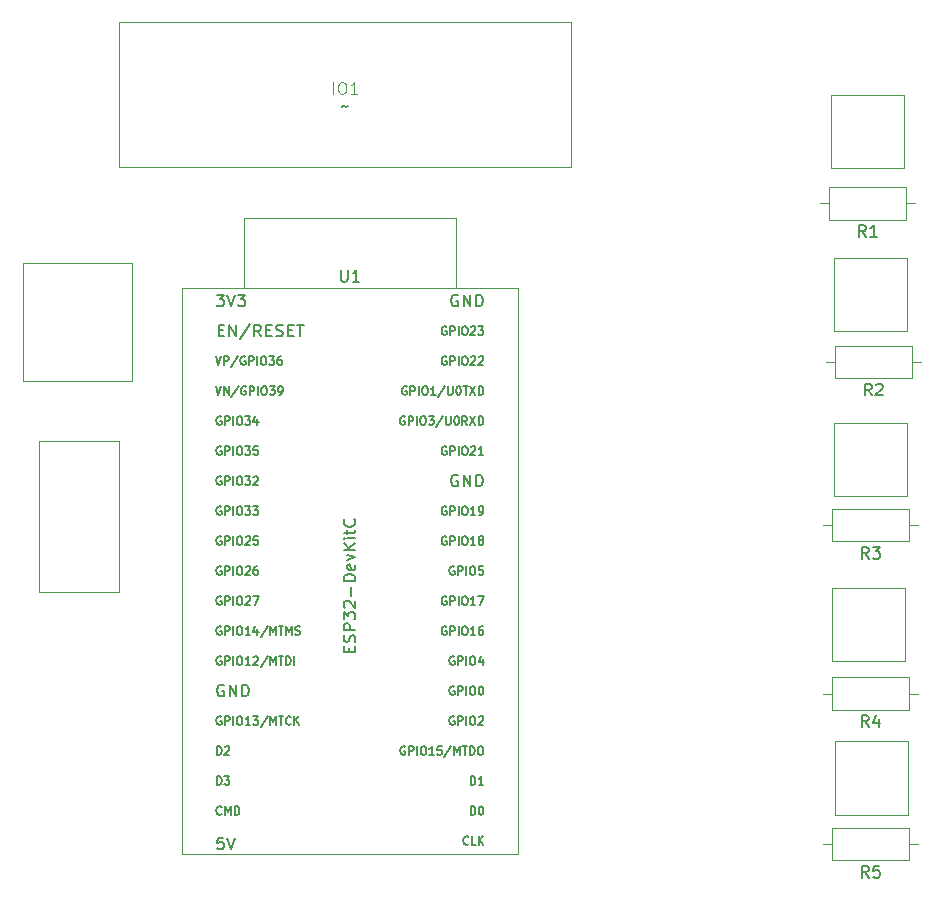
<source format=gbr>
%TF.GenerationSoftware,KiCad,Pcbnew,7.0.1*%
%TF.CreationDate,2023-12-02T06:41:28-07:00*%
%TF.ProjectId,ARC_Remote,4152435f-5265-46d6-9f74-652e6b696361,rev?*%
%TF.SameCoordinates,Original*%
%TF.FileFunction,Legend,Top*%
%TF.FilePolarity,Positive*%
%FSLAX46Y46*%
G04 Gerber Fmt 4.6, Leading zero omitted, Abs format (unit mm)*
G04 Created by KiCad (PCBNEW 7.0.1) date 2023-12-02 06:41:28*
%MOMM*%
%LPD*%
G01*
G04 APERTURE LIST*
%ADD10C,0.150000*%
%ADD11C,0.100000*%
%ADD12C,0.120000*%
G04 APERTURE END LIST*
D10*
%TO.C,R4*%
X115083333Y-84582619D02*
X114750000Y-84106428D01*
X114511905Y-84582619D02*
X114511905Y-83582619D01*
X114511905Y-83582619D02*
X114892857Y-83582619D01*
X114892857Y-83582619D02*
X114988095Y-83630238D01*
X114988095Y-83630238D02*
X115035714Y-83677857D01*
X115035714Y-83677857D02*
X115083333Y-83773095D01*
X115083333Y-83773095D02*
X115083333Y-83915952D01*
X115083333Y-83915952D02*
X115035714Y-84011190D01*
X115035714Y-84011190D02*
X114988095Y-84058809D01*
X114988095Y-84058809D02*
X114892857Y-84106428D01*
X114892857Y-84106428D02*
X114511905Y-84106428D01*
X115940476Y-83915952D02*
X115940476Y-84582619D01*
X115702381Y-83535000D02*
X115464286Y-84249285D01*
X115464286Y-84249285D02*
X116083333Y-84249285D01*
%TO.C,R5*%
X115083333Y-97332619D02*
X114750000Y-96856428D01*
X114511905Y-97332619D02*
X114511905Y-96332619D01*
X114511905Y-96332619D02*
X114892857Y-96332619D01*
X114892857Y-96332619D02*
X114988095Y-96380238D01*
X114988095Y-96380238D02*
X115035714Y-96427857D01*
X115035714Y-96427857D02*
X115083333Y-96523095D01*
X115083333Y-96523095D02*
X115083333Y-96665952D01*
X115083333Y-96665952D02*
X115035714Y-96761190D01*
X115035714Y-96761190D02*
X114988095Y-96808809D01*
X114988095Y-96808809D02*
X114892857Y-96856428D01*
X114892857Y-96856428D02*
X114511905Y-96856428D01*
X115988095Y-96332619D02*
X115511905Y-96332619D01*
X115511905Y-96332619D02*
X115464286Y-96808809D01*
X115464286Y-96808809D02*
X115511905Y-96761190D01*
X115511905Y-96761190D02*
X115607143Y-96713571D01*
X115607143Y-96713571D02*
X115845238Y-96713571D01*
X115845238Y-96713571D02*
X115940476Y-96761190D01*
X115940476Y-96761190D02*
X115988095Y-96808809D01*
X115988095Y-96808809D02*
X116035714Y-96904047D01*
X116035714Y-96904047D02*
X116035714Y-97142142D01*
X116035714Y-97142142D02*
X115988095Y-97237380D01*
X115988095Y-97237380D02*
X115940476Y-97285000D01*
X115940476Y-97285000D02*
X115845238Y-97332619D01*
X115845238Y-97332619D02*
X115607143Y-97332619D01*
X115607143Y-97332619D02*
X115511905Y-97285000D01*
X115511905Y-97285000D02*
X115464286Y-97237380D01*
%TO.C,U1*%
X70403082Y-45860746D02*
X70403082Y-46670269D01*
X70403082Y-46670269D02*
X70450701Y-46765507D01*
X70450701Y-46765507D02*
X70498320Y-46813127D01*
X70498320Y-46813127D02*
X70593558Y-46860746D01*
X70593558Y-46860746D02*
X70784034Y-46860746D01*
X70784034Y-46860746D02*
X70879272Y-46813127D01*
X70879272Y-46813127D02*
X70926891Y-46765507D01*
X70926891Y-46765507D02*
X70974510Y-46670269D01*
X70974510Y-46670269D02*
X70974510Y-45860746D01*
X71974510Y-46860746D02*
X71403082Y-46860746D01*
X71688796Y-46860746D02*
X71688796Y-45860746D01*
X71688796Y-45860746D02*
X71593558Y-46003603D01*
X71593558Y-46003603D02*
X71498320Y-46098841D01*
X71498320Y-46098841D02*
X71403082Y-46146460D01*
X71103796Y-78223364D02*
X71103796Y-77890031D01*
X71627606Y-77747174D02*
X71627606Y-78223364D01*
X71627606Y-78223364D02*
X70627606Y-78223364D01*
X70627606Y-78223364D02*
X70627606Y-77747174D01*
X71579987Y-77366221D02*
X71627606Y-77223364D01*
X71627606Y-77223364D02*
X71627606Y-76985269D01*
X71627606Y-76985269D02*
X71579987Y-76890031D01*
X71579987Y-76890031D02*
X71532367Y-76842412D01*
X71532367Y-76842412D02*
X71437129Y-76794793D01*
X71437129Y-76794793D02*
X71341891Y-76794793D01*
X71341891Y-76794793D02*
X71246653Y-76842412D01*
X71246653Y-76842412D02*
X71199034Y-76890031D01*
X71199034Y-76890031D02*
X71151415Y-76985269D01*
X71151415Y-76985269D02*
X71103796Y-77175745D01*
X71103796Y-77175745D02*
X71056177Y-77270983D01*
X71056177Y-77270983D02*
X71008558Y-77318602D01*
X71008558Y-77318602D02*
X70913320Y-77366221D01*
X70913320Y-77366221D02*
X70818082Y-77366221D01*
X70818082Y-77366221D02*
X70722844Y-77318602D01*
X70722844Y-77318602D02*
X70675225Y-77270983D01*
X70675225Y-77270983D02*
X70627606Y-77175745D01*
X70627606Y-77175745D02*
X70627606Y-76937650D01*
X70627606Y-76937650D02*
X70675225Y-76794793D01*
X71627606Y-76366221D02*
X70627606Y-76366221D01*
X70627606Y-76366221D02*
X70627606Y-75985269D01*
X70627606Y-75985269D02*
X70675225Y-75890031D01*
X70675225Y-75890031D02*
X70722844Y-75842412D01*
X70722844Y-75842412D02*
X70818082Y-75794793D01*
X70818082Y-75794793D02*
X70960939Y-75794793D01*
X70960939Y-75794793D02*
X71056177Y-75842412D01*
X71056177Y-75842412D02*
X71103796Y-75890031D01*
X71103796Y-75890031D02*
X71151415Y-75985269D01*
X71151415Y-75985269D02*
X71151415Y-76366221D01*
X70627606Y-75461459D02*
X70627606Y-74842412D01*
X70627606Y-74842412D02*
X71008558Y-75175745D01*
X71008558Y-75175745D02*
X71008558Y-75032888D01*
X71008558Y-75032888D02*
X71056177Y-74937650D01*
X71056177Y-74937650D02*
X71103796Y-74890031D01*
X71103796Y-74890031D02*
X71199034Y-74842412D01*
X71199034Y-74842412D02*
X71437129Y-74842412D01*
X71437129Y-74842412D02*
X71532367Y-74890031D01*
X71532367Y-74890031D02*
X71579987Y-74937650D01*
X71579987Y-74937650D02*
X71627606Y-75032888D01*
X71627606Y-75032888D02*
X71627606Y-75318602D01*
X71627606Y-75318602D02*
X71579987Y-75413840D01*
X71579987Y-75413840D02*
X71532367Y-75461459D01*
X70722844Y-74461459D02*
X70675225Y-74413840D01*
X70675225Y-74413840D02*
X70627606Y-74318602D01*
X70627606Y-74318602D02*
X70627606Y-74080507D01*
X70627606Y-74080507D02*
X70675225Y-73985269D01*
X70675225Y-73985269D02*
X70722844Y-73937650D01*
X70722844Y-73937650D02*
X70818082Y-73890031D01*
X70818082Y-73890031D02*
X70913320Y-73890031D01*
X70913320Y-73890031D02*
X71056177Y-73937650D01*
X71056177Y-73937650D02*
X71627606Y-74509078D01*
X71627606Y-74509078D02*
X71627606Y-73890031D01*
X71246653Y-73461459D02*
X71246653Y-72699555D01*
X71627606Y-72223364D02*
X70627606Y-72223364D01*
X70627606Y-72223364D02*
X70627606Y-71985269D01*
X70627606Y-71985269D02*
X70675225Y-71842412D01*
X70675225Y-71842412D02*
X70770463Y-71747174D01*
X70770463Y-71747174D02*
X70865701Y-71699555D01*
X70865701Y-71699555D02*
X71056177Y-71651936D01*
X71056177Y-71651936D02*
X71199034Y-71651936D01*
X71199034Y-71651936D02*
X71389510Y-71699555D01*
X71389510Y-71699555D02*
X71484748Y-71747174D01*
X71484748Y-71747174D02*
X71579987Y-71842412D01*
X71579987Y-71842412D02*
X71627606Y-71985269D01*
X71627606Y-71985269D02*
X71627606Y-72223364D01*
X71579987Y-70842412D02*
X71627606Y-70937650D01*
X71627606Y-70937650D02*
X71627606Y-71128126D01*
X71627606Y-71128126D02*
X71579987Y-71223364D01*
X71579987Y-71223364D02*
X71484748Y-71270983D01*
X71484748Y-71270983D02*
X71103796Y-71270983D01*
X71103796Y-71270983D02*
X71008558Y-71223364D01*
X71008558Y-71223364D02*
X70960939Y-71128126D01*
X70960939Y-71128126D02*
X70960939Y-70937650D01*
X70960939Y-70937650D02*
X71008558Y-70842412D01*
X71008558Y-70842412D02*
X71103796Y-70794793D01*
X71103796Y-70794793D02*
X71199034Y-70794793D01*
X71199034Y-70794793D02*
X71294272Y-71270983D01*
X70960939Y-70461459D02*
X71627606Y-70223364D01*
X71627606Y-70223364D02*
X70960939Y-69985269D01*
X71627606Y-69604316D02*
X70627606Y-69604316D01*
X71627606Y-69032888D02*
X71056177Y-69461459D01*
X70627606Y-69032888D02*
X71199034Y-69604316D01*
X71627606Y-68604316D02*
X70960939Y-68604316D01*
X70627606Y-68604316D02*
X70675225Y-68651935D01*
X70675225Y-68651935D02*
X70722844Y-68604316D01*
X70722844Y-68604316D02*
X70675225Y-68556697D01*
X70675225Y-68556697D02*
X70627606Y-68604316D01*
X70627606Y-68604316D02*
X70722844Y-68604316D01*
X70960939Y-68270983D02*
X70960939Y-67890031D01*
X70627606Y-68128126D02*
X71484748Y-68128126D01*
X71484748Y-68128126D02*
X71579987Y-68080507D01*
X71579987Y-68080507D02*
X71627606Y-67985269D01*
X71627606Y-67985269D02*
X71627606Y-67890031D01*
X71532367Y-66985269D02*
X71579987Y-67032888D01*
X71579987Y-67032888D02*
X71627606Y-67175745D01*
X71627606Y-67175745D02*
X71627606Y-67270983D01*
X71627606Y-67270983D02*
X71579987Y-67413840D01*
X71579987Y-67413840D02*
X71484748Y-67509078D01*
X71484748Y-67509078D02*
X71389510Y-67556697D01*
X71389510Y-67556697D02*
X71199034Y-67604316D01*
X71199034Y-67604316D02*
X71056177Y-67604316D01*
X71056177Y-67604316D02*
X70865701Y-67556697D01*
X70865701Y-67556697D02*
X70770463Y-67509078D01*
X70770463Y-67509078D02*
X70675225Y-67413840D01*
X70675225Y-67413840D02*
X70627606Y-67270983D01*
X70627606Y-67270983D02*
X70627606Y-67175745D01*
X70627606Y-67175745D02*
X70675225Y-67032888D01*
X70675225Y-67032888D02*
X70722844Y-66985269D01*
X60065592Y-50974216D02*
X60398925Y-50974216D01*
X60541782Y-51498026D02*
X60065592Y-51498026D01*
X60065592Y-51498026D02*
X60065592Y-50498026D01*
X60065592Y-50498026D02*
X60541782Y-50498026D01*
X60970354Y-51498026D02*
X60970354Y-50498026D01*
X60970354Y-50498026D02*
X61541782Y-51498026D01*
X61541782Y-51498026D02*
X61541782Y-50498026D01*
X62732258Y-50450407D02*
X61875116Y-51736121D01*
X63637020Y-51498026D02*
X63303687Y-51021835D01*
X63065592Y-51498026D02*
X63065592Y-50498026D01*
X63065592Y-50498026D02*
X63446544Y-50498026D01*
X63446544Y-50498026D02*
X63541782Y-50545645D01*
X63541782Y-50545645D02*
X63589401Y-50593264D01*
X63589401Y-50593264D02*
X63637020Y-50688502D01*
X63637020Y-50688502D02*
X63637020Y-50831359D01*
X63637020Y-50831359D02*
X63589401Y-50926597D01*
X63589401Y-50926597D02*
X63541782Y-50974216D01*
X63541782Y-50974216D02*
X63446544Y-51021835D01*
X63446544Y-51021835D02*
X63065592Y-51021835D01*
X64065592Y-50974216D02*
X64398925Y-50974216D01*
X64541782Y-51498026D02*
X64065592Y-51498026D01*
X64065592Y-51498026D02*
X64065592Y-50498026D01*
X64065592Y-50498026D02*
X64541782Y-50498026D01*
X64922735Y-51450407D02*
X65065592Y-51498026D01*
X65065592Y-51498026D02*
X65303687Y-51498026D01*
X65303687Y-51498026D02*
X65398925Y-51450407D01*
X65398925Y-51450407D02*
X65446544Y-51402787D01*
X65446544Y-51402787D02*
X65494163Y-51307549D01*
X65494163Y-51307549D02*
X65494163Y-51212311D01*
X65494163Y-51212311D02*
X65446544Y-51117073D01*
X65446544Y-51117073D02*
X65398925Y-51069454D01*
X65398925Y-51069454D02*
X65303687Y-51021835D01*
X65303687Y-51021835D02*
X65113211Y-50974216D01*
X65113211Y-50974216D02*
X65017973Y-50926597D01*
X65017973Y-50926597D02*
X64970354Y-50878978D01*
X64970354Y-50878978D02*
X64922735Y-50783740D01*
X64922735Y-50783740D02*
X64922735Y-50688502D01*
X64922735Y-50688502D02*
X64970354Y-50593264D01*
X64970354Y-50593264D02*
X65017973Y-50545645D01*
X65017973Y-50545645D02*
X65113211Y-50498026D01*
X65113211Y-50498026D02*
X65351306Y-50498026D01*
X65351306Y-50498026D02*
X65494163Y-50545645D01*
X65922735Y-50974216D02*
X66256068Y-50974216D01*
X66398925Y-51498026D02*
X65922735Y-51498026D01*
X65922735Y-51498026D02*
X65922735Y-50498026D01*
X65922735Y-50498026D02*
X66398925Y-50498026D01*
X66684640Y-50498026D02*
X67256068Y-50498026D01*
X66970354Y-51498026D02*
X66970354Y-50498026D01*
X60268320Y-63395293D02*
X60201653Y-63361960D01*
X60201653Y-63361960D02*
X60101653Y-63361960D01*
X60101653Y-63361960D02*
X60001653Y-63395293D01*
X60001653Y-63395293D02*
X59934987Y-63461960D01*
X59934987Y-63461960D02*
X59901653Y-63528627D01*
X59901653Y-63528627D02*
X59868320Y-63661960D01*
X59868320Y-63661960D02*
X59868320Y-63761960D01*
X59868320Y-63761960D02*
X59901653Y-63895293D01*
X59901653Y-63895293D02*
X59934987Y-63961960D01*
X59934987Y-63961960D02*
X60001653Y-64028627D01*
X60001653Y-64028627D02*
X60101653Y-64061960D01*
X60101653Y-64061960D02*
X60168320Y-64061960D01*
X60168320Y-64061960D02*
X60268320Y-64028627D01*
X60268320Y-64028627D02*
X60301653Y-63995293D01*
X60301653Y-63995293D02*
X60301653Y-63761960D01*
X60301653Y-63761960D02*
X60168320Y-63761960D01*
X60601653Y-64061960D02*
X60601653Y-63361960D01*
X60601653Y-63361960D02*
X60868320Y-63361960D01*
X60868320Y-63361960D02*
X60934987Y-63395293D01*
X60934987Y-63395293D02*
X60968320Y-63428627D01*
X60968320Y-63428627D02*
X61001653Y-63495293D01*
X61001653Y-63495293D02*
X61001653Y-63595293D01*
X61001653Y-63595293D02*
X60968320Y-63661960D01*
X60968320Y-63661960D02*
X60934987Y-63695293D01*
X60934987Y-63695293D02*
X60868320Y-63728627D01*
X60868320Y-63728627D02*
X60601653Y-63728627D01*
X61301653Y-64061960D02*
X61301653Y-63361960D01*
X61768320Y-63361960D02*
X61901653Y-63361960D01*
X61901653Y-63361960D02*
X61968320Y-63395293D01*
X61968320Y-63395293D02*
X62034986Y-63461960D01*
X62034986Y-63461960D02*
X62068320Y-63595293D01*
X62068320Y-63595293D02*
X62068320Y-63828627D01*
X62068320Y-63828627D02*
X62034986Y-63961960D01*
X62034986Y-63961960D02*
X61968320Y-64028627D01*
X61968320Y-64028627D02*
X61901653Y-64061960D01*
X61901653Y-64061960D02*
X61768320Y-64061960D01*
X61768320Y-64061960D02*
X61701653Y-64028627D01*
X61701653Y-64028627D02*
X61634986Y-63961960D01*
X61634986Y-63961960D02*
X61601653Y-63828627D01*
X61601653Y-63828627D02*
X61601653Y-63595293D01*
X61601653Y-63595293D02*
X61634986Y-63461960D01*
X61634986Y-63461960D02*
X61701653Y-63395293D01*
X61701653Y-63395293D02*
X61768320Y-63361960D01*
X62301653Y-63361960D02*
X62734986Y-63361960D01*
X62734986Y-63361960D02*
X62501653Y-63628627D01*
X62501653Y-63628627D02*
X62601653Y-63628627D01*
X62601653Y-63628627D02*
X62668319Y-63661960D01*
X62668319Y-63661960D02*
X62701653Y-63695293D01*
X62701653Y-63695293D02*
X62734986Y-63761960D01*
X62734986Y-63761960D02*
X62734986Y-63928627D01*
X62734986Y-63928627D02*
X62701653Y-63995293D01*
X62701653Y-63995293D02*
X62668319Y-64028627D01*
X62668319Y-64028627D02*
X62601653Y-64061960D01*
X62601653Y-64061960D02*
X62401653Y-64061960D01*
X62401653Y-64061960D02*
X62334986Y-64028627D01*
X62334986Y-64028627D02*
X62301653Y-63995293D01*
X63001653Y-63428627D02*
X63034986Y-63395293D01*
X63034986Y-63395293D02*
X63101653Y-63361960D01*
X63101653Y-63361960D02*
X63268320Y-63361960D01*
X63268320Y-63361960D02*
X63334986Y-63395293D01*
X63334986Y-63395293D02*
X63368320Y-63428627D01*
X63368320Y-63428627D02*
X63401653Y-63495293D01*
X63401653Y-63495293D02*
X63401653Y-63561960D01*
X63401653Y-63561960D02*
X63368320Y-63661960D01*
X63368320Y-63661960D02*
X62968320Y-64061960D01*
X62968320Y-64061960D02*
X63401653Y-64061960D01*
X60268320Y-58315293D02*
X60201653Y-58281960D01*
X60201653Y-58281960D02*
X60101653Y-58281960D01*
X60101653Y-58281960D02*
X60001653Y-58315293D01*
X60001653Y-58315293D02*
X59934987Y-58381960D01*
X59934987Y-58381960D02*
X59901653Y-58448627D01*
X59901653Y-58448627D02*
X59868320Y-58581960D01*
X59868320Y-58581960D02*
X59868320Y-58681960D01*
X59868320Y-58681960D02*
X59901653Y-58815293D01*
X59901653Y-58815293D02*
X59934987Y-58881960D01*
X59934987Y-58881960D02*
X60001653Y-58948627D01*
X60001653Y-58948627D02*
X60101653Y-58981960D01*
X60101653Y-58981960D02*
X60168320Y-58981960D01*
X60168320Y-58981960D02*
X60268320Y-58948627D01*
X60268320Y-58948627D02*
X60301653Y-58915293D01*
X60301653Y-58915293D02*
X60301653Y-58681960D01*
X60301653Y-58681960D02*
X60168320Y-58681960D01*
X60601653Y-58981960D02*
X60601653Y-58281960D01*
X60601653Y-58281960D02*
X60868320Y-58281960D01*
X60868320Y-58281960D02*
X60934987Y-58315293D01*
X60934987Y-58315293D02*
X60968320Y-58348627D01*
X60968320Y-58348627D02*
X61001653Y-58415293D01*
X61001653Y-58415293D02*
X61001653Y-58515293D01*
X61001653Y-58515293D02*
X60968320Y-58581960D01*
X60968320Y-58581960D02*
X60934987Y-58615293D01*
X60934987Y-58615293D02*
X60868320Y-58648627D01*
X60868320Y-58648627D02*
X60601653Y-58648627D01*
X61301653Y-58981960D02*
X61301653Y-58281960D01*
X61768320Y-58281960D02*
X61901653Y-58281960D01*
X61901653Y-58281960D02*
X61968320Y-58315293D01*
X61968320Y-58315293D02*
X62034986Y-58381960D01*
X62034986Y-58381960D02*
X62068320Y-58515293D01*
X62068320Y-58515293D02*
X62068320Y-58748627D01*
X62068320Y-58748627D02*
X62034986Y-58881960D01*
X62034986Y-58881960D02*
X61968320Y-58948627D01*
X61968320Y-58948627D02*
X61901653Y-58981960D01*
X61901653Y-58981960D02*
X61768320Y-58981960D01*
X61768320Y-58981960D02*
X61701653Y-58948627D01*
X61701653Y-58948627D02*
X61634986Y-58881960D01*
X61634986Y-58881960D02*
X61601653Y-58748627D01*
X61601653Y-58748627D02*
X61601653Y-58515293D01*
X61601653Y-58515293D02*
X61634986Y-58381960D01*
X61634986Y-58381960D02*
X61701653Y-58315293D01*
X61701653Y-58315293D02*
X61768320Y-58281960D01*
X62301653Y-58281960D02*
X62734986Y-58281960D01*
X62734986Y-58281960D02*
X62501653Y-58548627D01*
X62501653Y-58548627D02*
X62601653Y-58548627D01*
X62601653Y-58548627D02*
X62668319Y-58581960D01*
X62668319Y-58581960D02*
X62701653Y-58615293D01*
X62701653Y-58615293D02*
X62734986Y-58681960D01*
X62734986Y-58681960D02*
X62734986Y-58848627D01*
X62734986Y-58848627D02*
X62701653Y-58915293D01*
X62701653Y-58915293D02*
X62668319Y-58948627D01*
X62668319Y-58948627D02*
X62601653Y-58981960D01*
X62601653Y-58981960D02*
X62401653Y-58981960D01*
X62401653Y-58981960D02*
X62334986Y-58948627D01*
X62334986Y-58948627D02*
X62301653Y-58915293D01*
X63334986Y-58515293D02*
X63334986Y-58981960D01*
X63168320Y-58248627D02*
X63001653Y-58748627D01*
X63001653Y-58748627D02*
X63434986Y-58748627D01*
X79328320Y-53235293D02*
X79261653Y-53201960D01*
X79261653Y-53201960D02*
X79161653Y-53201960D01*
X79161653Y-53201960D02*
X79061653Y-53235293D01*
X79061653Y-53235293D02*
X78994987Y-53301960D01*
X78994987Y-53301960D02*
X78961653Y-53368627D01*
X78961653Y-53368627D02*
X78928320Y-53501960D01*
X78928320Y-53501960D02*
X78928320Y-53601960D01*
X78928320Y-53601960D02*
X78961653Y-53735293D01*
X78961653Y-53735293D02*
X78994987Y-53801960D01*
X78994987Y-53801960D02*
X79061653Y-53868627D01*
X79061653Y-53868627D02*
X79161653Y-53901960D01*
X79161653Y-53901960D02*
X79228320Y-53901960D01*
X79228320Y-53901960D02*
X79328320Y-53868627D01*
X79328320Y-53868627D02*
X79361653Y-53835293D01*
X79361653Y-53835293D02*
X79361653Y-53601960D01*
X79361653Y-53601960D02*
X79228320Y-53601960D01*
X79661653Y-53901960D02*
X79661653Y-53201960D01*
X79661653Y-53201960D02*
X79928320Y-53201960D01*
X79928320Y-53201960D02*
X79994987Y-53235293D01*
X79994987Y-53235293D02*
X80028320Y-53268627D01*
X80028320Y-53268627D02*
X80061653Y-53335293D01*
X80061653Y-53335293D02*
X80061653Y-53435293D01*
X80061653Y-53435293D02*
X80028320Y-53501960D01*
X80028320Y-53501960D02*
X79994987Y-53535293D01*
X79994987Y-53535293D02*
X79928320Y-53568627D01*
X79928320Y-53568627D02*
X79661653Y-53568627D01*
X80361653Y-53901960D02*
X80361653Y-53201960D01*
X80828320Y-53201960D02*
X80961653Y-53201960D01*
X80961653Y-53201960D02*
X81028320Y-53235293D01*
X81028320Y-53235293D02*
X81094986Y-53301960D01*
X81094986Y-53301960D02*
X81128320Y-53435293D01*
X81128320Y-53435293D02*
X81128320Y-53668627D01*
X81128320Y-53668627D02*
X81094986Y-53801960D01*
X81094986Y-53801960D02*
X81028320Y-53868627D01*
X81028320Y-53868627D02*
X80961653Y-53901960D01*
X80961653Y-53901960D02*
X80828320Y-53901960D01*
X80828320Y-53901960D02*
X80761653Y-53868627D01*
X80761653Y-53868627D02*
X80694986Y-53801960D01*
X80694986Y-53801960D02*
X80661653Y-53668627D01*
X80661653Y-53668627D02*
X80661653Y-53435293D01*
X80661653Y-53435293D02*
X80694986Y-53301960D01*
X80694986Y-53301960D02*
X80761653Y-53235293D01*
X80761653Y-53235293D02*
X80828320Y-53201960D01*
X81394986Y-53268627D02*
X81428319Y-53235293D01*
X81428319Y-53235293D02*
X81494986Y-53201960D01*
X81494986Y-53201960D02*
X81661653Y-53201960D01*
X81661653Y-53201960D02*
X81728319Y-53235293D01*
X81728319Y-53235293D02*
X81761653Y-53268627D01*
X81761653Y-53268627D02*
X81794986Y-53335293D01*
X81794986Y-53335293D02*
X81794986Y-53401960D01*
X81794986Y-53401960D02*
X81761653Y-53501960D01*
X81761653Y-53501960D02*
X81361653Y-53901960D01*
X81361653Y-53901960D02*
X81794986Y-53901960D01*
X82061653Y-53268627D02*
X82094986Y-53235293D01*
X82094986Y-53235293D02*
X82161653Y-53201960D01*
X82161653Y-53201960D02*
X82328320Y-53201960D01*
X82328320Y-53201960D02*
X82394986Y-53235293D01*
X82394986Y-53235293D02*
X82428320Y-53268627D01*
X82428320Y-53268627D02*
X82461653Y-53335293D01*
X82461653Y-53335293D02*
X82461653Y-53401960D01*
X82461653Y-53401960D02*
X82428320Y-53501960D01*
X82428320Y-53501960D02*
X82028320Y-53901960D01*
X82028320Y-53901960D02*
X82461653Y-53901960D01*
X60445592Y-93932026D02*
X59969402Y-93932026D01*
X59969402Y-93932026D02*
X59921783Y-94408216D01*
X59921783Y-94408216D02*
X59969402Y-94360597D01*
X59969402Y-94360597D02*
X60064640Y-94312978D01*
X60064640Y-94312978D02*
X60302735Y-94312978D01*
X60302735Y-94312978D02*
X60397973Y-94360597D01*
X60397973Y-94360597D02*
X60445592Y-94408216D01*
X60445592Y-94408216D02*
X60493211Y-94503454D01*
X60493211Y-94503454D02*
X60493211Y-94741549D01*
X60493211Y-94741549D02*
X60445592Y-94836787D01*
X60445592Y-94836787D02*
X60397973Y-94884407D01*
X60397973Y-94884407D02*
X60302735Y-94932026D01*
X60302735Y-94932026D02*
X60064640Y-94932026D01*
X60064640Y-94932026D02*
X59969402Y-94884407D01*
X59969402Y-94884407D02*
X59921783Y-94836787D01*
X60778926Y-93932026D02*
X61112259Y-94932026D01*
X61112259Y-94932026D02*
X61445592Y-93932026D01*
X80309272Y-63248365D02*
X80214034Y-63200746D01*
X80214034Y-63200746D02*
X80071177Y-63200746D01*
X80071177Y-63200746D02*
X79928320Y-63248365D01*
X79928320Y-63248365D02*
X79833082Y-63343603D01*
X79833082Y-63343603D02*
X79785463Y-63438841D01*
X79785463Y-63438841D02*
X79737844Y-63629317D01*
X79737844Y-63629317D02*
X79737844Y-63772174D01*
X79737844Y-63772174D02*
X79785463Y-63962650D01*
X79785463Y-63962650D02*
X79833082Y-64057888D01*
X79833082Y-64057888D02*
X79928320Y-64153127D01*
X79928320Y-64153127D02*
X80071177Y-64200746D01*
X80071177Y-64200746D02*
X80166415Y-64200746D01*
X80166415Y-64200746D02*
X80309272Y-64153127D01*
X80309272Y-64153127D02*
X80356891Y-64105507D01*
X80356891Y-64105507D02*
X80356891Y-63772174D01*
X80356891Y-63772174D02*
X80166415Y-63772174D01*
X80785463Y-64200746D02*
X80785463Y-63200746D01*
X80785463Y-63200746D02*
X81356891Y-64200746D01*
X81356891Y-64200746D02*
X81356891Y-63200746D01*
X81833082Y-64200746D02*
X81833082Y-63200746D01*
X81833082Y-63200746D02*
X82071177Y-63200746D01*
X82071177Y-63200746D02*
X82214034Y-63248365D01*
X82214034Y-63248365D02*
X82309272Y-63343603D01*
X82309272Y-63343603D02*
X82356891Y-63438841D01*
X82356891Y-63438841D02*
X82404510Y-63629317D01*
X82404510Y-63629317D02*
X82404510Y-63772174D01*
X82404510Y-63772174D02*
X82356891Y-63962650D01*
X82356891Y-63962650D02*
X82309272Y-64057888D01*
X82309272Y-64057888D02*
X82214034Y-64153127D01*
X82214034Y-64153127D02*
X82071177Y-64200746D01*
X82071177Y-64200746D02*
X81833082Y-64200746D01*
X75961654Y-55775293D02*
X75894987Y-55741960D01*
X75894987Y-55741960D02*
X75794987Y-55741960D01*
X75794987Y-55741960D02*
X75694987Y-55775293D01*
X75694987Y-55775293D02*
X75628321Y-55841960D01*
X75628321Y-55841960D02*
X75594987Y-55908627D01*
X75594987Y-55908627D02*
X75561654Y-56041960D01*
X75561654Y-56041960D02*
X75561654Y-56141960D01*
X75561654Y-56141960D02*
X75594987Y-56275293D01*
X75594987Y-56275293D02*
X75628321Y-56341960D01*
X75628321Y-56341960D02*
X75694987Y-56408627D01*
X75694987Y-56408627D02*
X75794987Y-56441960D01*
X75794987Y-56441960D02*
X75861654Y-56441960D01*
X75861654Y-56441960D02*
X75961654Y-56408627D01*
X75961654Y-56408627D02*
X75994987Y-56375293D01*
X75994987Y-56375293D02*
X75994987Y-56141960D01*
X75994987Y-56141960D02*
X75861654Y-56141960D01*
X76294987Y-56441960D02*
X76294987Y-55741960D01*
X76294987Y-55741960D02*
X76561654Y-55741960D01*
X76561654Y-55741960D02*
X76628321Y-55775293D01*
X76628321Y-55775293D02*
X76661654Y-55808627D01*
X76661654Y-55808627D02*
X76694987Y-55875293D01*
X76694987Y-55875293D02*
X76694987Y-55975293D01*
X76694987Y-55975293D02*
X76661654Y-56041960D01*
X76661654Y-56041960D02*
X76628321Y-56075293D01*
X76628321Y-56075293D02*
X76561654Y-56108627D01*
X76561654Y-56108627D02*
X76294987Y-56108627D01*
X76994987Y-56441960D02*
X76994987Y-55741960D01*
X77461654Y-55741960D02*
X77594987Y-55741960D01*
X77594987Y-55741960D02*
X77661654Y-55775293D01*
X77661654Y-55775293D02*
X77728320Y-55841960D01*
X77728320Y-55841960D02*
X77761654Y-55975293D01*
X77761654Y-55975293D02*
X77761654Y-56208627D01*
X77761654Y-56208627D02*
X77728320Y-56341960D01*
X77728320Y-56341960D02*
X77661654Y-56408627D01*
X77661654Y-56408627D02*
X77594987Y-56441960D01*
X77594987Y-56441960D02*
X77461654Y-56441960D01*
X77461654Y-56441960D02*
X77394987Y-56408627D01*
X77394987Y-56408627D02*
X77328320Y-56341960D01*
X77328320Y-56341960D02*
X77294987Y-56208627D01*
X77294987Y-56208627D02*
X77294987Y-55975293D01*
X77294987Y-55975293D02*
X77328320Y-55841960D01*
X77328320Y-55841960D02*
X77394987Y-55775293D01*
X77394987Y-55775293D02*
X77461654Y-55741960D01*
X78428320Y-56441960D02*
X78028320Y-56441960D01*
X78228320Y-56441960D02*
X78228320Y-55741960D01*
X78228320Y-55741960D02*
X78161653Y-55841960D01*
X78161653Y-55841960D02*
X78094987Y-55908627D01*
X78094987Y-55908627D02*
X78028320Y-55941960D01*
X79228320Y-55708627D02*
X78628320Y-56608627D01*
X79461653Y-55741960D02*
X79461653Y-56308627D01*
X79461653Y-56308627D02*
X79494987Y-56375293D01*
X79494987Y-56375293D02*
X79528320Y-56408627D01*
X79528320Y-56408627D02*
X79594987Y-56441960D01*
X79594987Y-56441960D02*
X79728320Y-56441960D01*
X79728320Y-56441960D02*
X79794987Y-56408627D01*
X79794987Y-56408627D02*
X79828320Y-56375293D01*
X79828320Y-56375293D02*
X79861653Y-56308627D01*
X79861653Y-56308627D02*
X79861653Y-55741960D01*
X80328320Y-55741960D02*
X80394986Y-55741960D01*
X80394986Y-55741960D02*
X80461653Y-55775293D01*
X80461653Y-55775293D02*
X80494986Y-55808627D01*
X80494986Y-55808627D02*
X80528320Y-55875293D01*
X80528320Y-55875293D02*
X80561653Y-56008627D01*
X80561653Y-56008627D02*
X80561653Y-56175293D01*
X80561653Y-56175293D02*
X80528320Y-56308627D01*
X80528320Y-56308627D02*
X80494986Y-56375293D01*
X80494986Y-56375293D02*
X80461653Y-56408627D01*
X80461653Y-56408627D02*
X80394986Y-56441960D01*
X80394986Y-56441960D02*
X80328320Y-56441960D01*
X80328320Y-56441960D02*
X80261653Y-56408627D01*
X80261653Y-56408627D02*
X80228320Y-56375293D01*
X80228320Y-56375293D02*
X80194986Y-56308627D01*
X80194986Y-56308627D02*
X80161653Y-56175293D01*
X80161653Y-56175293D02*
X80161653Y-56008627D01*
X80161653Y-56008627D02*
X80194986Y-55875293D01*
X80194986Y-55875293D02*
X80228320Y-55808627D01*
X80228320Y-55808627D02*
X80261653Y-55775293D01*
X80261653Y-55775293D02*
X80328320Y-55741960D01*
X80761653Y-55741960D02*
X81161653Y-55741960D01*
X80961653Y-56441960D02*
X80961653Y-55741960D01*
X81328320Y-55741960D02*
X81794986Y-56441960D01*
X81794986Y-55741960D02*
X81328320Y-56441960D01*
X82061653Y-56441960D02*
X82061653Y-55741960D01*
X82061653Y-55741960D02*
X82228320Y-55741960D01*
X82228320Y-55741960D02*
X82328320Y-55775293D01*
X82328320Y-55775293D02*
X82394987Y-55841960D01*
X82394987Y-55841960D02*
X82428320Y-55908627D01*
X82428320Y-55908627D02*
X82461653Y-56041960D01*
X82461653Y-56041960D02*
X82461653Y-56141960D01*
X82461653Y-56141960D02*
X82428320Y-56275293D01*
X82428320Y-56275293D02*
X82394987Y-56341960D01*
X82394987Y-56341960D02*
X82328320Y-56408627D01*
X82328320Y-56408627D02*
X82228320Y-56441960D01*
X82228320Y-56441960D02*
X82061653Y-56441960D01*
X60301653Y-91935293D02*
X60268320Y-91968627D01*
X60268320Y-91968627D02*
X60168320Y-92001960D01*
X60168320Y-92001960D02*
X60101653Y-92001960D01*
X60101653Y-92001960D02*
X60001653Y-91968627D01*
X60001653Y-91968627D02*
X59934987Y-91901960D01*
X59934987Y-91901960D02*
X59901653Y-91835293D01*
X59901653Y-91835293D02*
X59868320Y-91701960D01*
X59868320Y-91701960D02*
X59868320Y-91601960D01*
X59868320Y-91601960D02*
X59901653Y-91468627D01*
X59901653Y-91468627D02*
X59934987Y-91401960D01*
X59934987Y-91401960D02*
X60001653Y-91335293D01*
X60001653Y-91335293D02*
X60101653Y-91301960D01*
X60101653Y-91301960D02*
X60168320Y-91301960D01*
X60168320Y-91301960D02*
X60268320Y-91335293D01*
X60268320Y-91335293D02*
X60301653Y-91368627D01*
X60601653Y-92001960D02*
X60601653Y-91301960D01*
X60601653Y-91301960D02*
X60834987Y-91801960D01*
X60834987Y-91801960D02*
X61068320Y-91301960D01*
X61068320Y-91301960D02*
X61068320Y-92001960D01*
X61401653Y-92001960D02*
X61401653Y-91301960D01*
X61401653Y-91301960D02*
X61568320Y-91301960D01*
X61568320Y-91301960D02*
X61668320Y-91335293D01*
X61668320Y-91335293D02*
X61734987Y-91401960D01*
X61734987Y-91401960D02*
X61768320Y-91468627D01*
X61768320Y-91468627D02*
X61801653Y-91601960D01*
X61801653Y-91601960D02*
X61801653Y-91701960D01*
X61801653Y-91701960D02*
X61768320Y-91835293D01*
X61768320Y-91835293D02*
X61734987Y-91901960D01*
X61734987Y-91901960D02*
X61668320Y-91968627D01*
X61668320Y-91968627D02*
X61568320Y-92001960D01*
X61568320Y-92001960D02*
X61401653Y-92001960D01*
X60268320Y-78635293D02*
X60201653Y-78601960D01*
X60201653Y-78601960D02*
X60101653Y-78601960D01*
X60101653Y-78601960D02*
X60001653Y-78635293D01*
X60001653Y-78635293D02*
X59934987Y-78701960D01*
X59934987Y-78701960D02*
X59901653Y-78768627D01*
X59901653Y-78768627D02*
X59868320Y-78901960D01*
X59868320Y-78901960D02*
X59868320Y-79001960D01*
X59868320Y-79001960D02*
X59901653Y-79135293D01*
X59901653Y-79135293D02*
X59934987Y-79201960D01*
X59934987Y-79201960D02*
X60001653Y-79268627D01*
X60001653Y-79268627D02*
X60101653Y-79301960D01*
X60101653Y-79301960D02*
X60168320Y-79301960D01*
X60168320Y-79301960D02*
X60268320Y-79268627D01*
X60268320Y-79268627D02*
X60301653Y-79235293D01*
X60301653Y-79235293D02*
X60301653Y-79001960D01*
X60301653Y-79001960D02*
X60168320Y-79001960D01*
X60601653Y-79301960D02*
X60601653Y-78601960D01*
X60601653Y-78601960D02*
X60868320Y-78601960D01*
X60868320Y-78601960D02*
X60934987Y-78635293D01*
X60934987Y-78635293D02*
X60968320Y-78668627D01*
X60968320Y-78668627D02*
X61001653Y-78735293D01*
X61001653Y-78735293D02*
X61001653Y-78835293D01*
X61001653Y-78835293D02*
X60968320Y-78901960D01*
X60968320Y-78901960D02*
X60934987Y-78935293D01*
X60934987Y-78935293D02*
X60868320Y-78968627D01*
X60868320Y-78968627D02*
X60601653Y-78968627D01*
X61301653Y-79301960D02*
X61301653Y-78601960D01*
X61768320Y-78601960D02*
X61901653Y-78601960D01*
X61901653Y-78601960D02*
X61968320Y-78635293D01*
X61968320Y-78635293D02*
X62034986Y-78701960D01*
X62034986Y-78701960D02*
X62068320Y-78835293D01*
X62068320Y-78835293D02*
X62068320Y-79068627D01*
X62068320Y-79068627D02*
X62034986Y-79201960D01*
X62034986Y-79201960D02*
X61968320Y-79268627D01*
X61968320Y-79268627D02*
X61901653Y-79301960D01*
X61901653Y-79301960D02*
X61768320Y-79301960D01*
X61768320Y-79301960D02*
X61701653Y-79268627D01*
X61701653Y-79268627D02*
X61634986Y-79201960D01*
X61634986Y-79201960D02*
X61601653Y-79068627D01*
X61601653Y-79068627D02*
X61601653Y-78835293D01*
X61601653Y-78835293D02*
X61634986Y-78701960D01*
X61634986Y-78701960D02*
X61701653Y-78635293D01*
X61701653Y-78635293D02*
X61768320Y-78601960D01*
X62734986Y-79301960D02*
X62334986Y-79301960D01*
X62534986Y-79301960D02*
X62534986Y-78601960D01*
X62534986Y-78601960D02*
X62468319Y-78701960D01*
X62468319Y-78701960D02*
X62401653Y-78768627D01*
X62401653Y-78768627D02*
X62334986Y-78801960D01*
X63001653Y-78668627D02*
X63034986Y-78635293D01*
X63034986Y-78635293D02*
X63101653Y-78601960D01*
X63101653Y-78601960D02*
X63268320Y-78601960D01*
X63268320Y-78601960D02*
X63334986Y-78635293D01*
X63334986Y-78635293D02*
X63368320Y-78668627D01*
X63368320Y-78668627D02*
X63401653Y-78735293D01*
X63401653Y-78735293D02*
X63401653Y-78801960D01*
X63401653Y-78801960D02*
X63368320Y-78901960D01*
X63368320Y-78901960D02*
X62968320Y-79301960D01*
X62968320Y-79301960D02*
X63401653Y-79301960D01*
X64201653Y-78568627D02*
X63601653Y-79468627D01*
X64434986Y-79301960D02*
X64434986Y-78601960D01*
X64434986Y-78601960D02*
X64668320Y-79101960D01*
X64668320Y-79101960D02*
X64901653Y-78601960D01*
X64901653Y-78601960D02*
X64901653Y-79301960D01*
X65134986Y-78601960D02*
X65534986Y-78601960D01*
X65334986Y-79301960D02*
X65334986Y-78601960D01*
X65768319Y-79301960D02*
X65768319Y-78601960D01*
X65768319Y-78601960D02*
X65934986Y-78601960D01*
X65934986Y-78601960D02*
X66034986Y-78635293D01*
X66034986Y-78635293D02*
X66101653Y-78701960D01*
X66101653Y-78701960D02*
X66134986Y-78768627D01*
X66134986Y-78768627D02*
X66168319Y-78901960D01*
X66168319Y-78901960D02*
X66168319Y-79001960D01*
X66168319Y-79001960D02*
X66134986Y-79135293D01*
X66134986Y-79135293D02*
X66101653Y-79201960D01*
X66101653Y-79201960D02*
X66034986Y-79268627D01*
X66034986Y-79268627D02*
X65934986Y-79301960D01*
X65934986Y-79301960D02*
X65768319Y-79301960D01*
X66468319Y-79301960D02*
X66468319Y-78601960D01*
X60268320Y-65935293D02*
X60201653Y-65901960D01*
X60201653Y-65901960D02*
X60101653Y-65901960D01*
X60101653Y-65901960D02*
X60001653Y-65935293D01*
X60001653Y-65935293D02*
X59934987Y-66001960D01*
X59934987Y-66001960D02*
X59901653Y-66068627D01*
X59901653Y-66068627D02*
X59868320Y-66201960D01*
X59868320Y-66201960D02*
X59868320Y-66301960D01*
X59868320Y-66301960D02*
X59901653Y-66435293D01*
X59901653Y-66435293D02*
X59934987Y-66501960D01*
X59934987Y-66501960D02*
X60001653Y-66568627D01*
X60001653Y-66568627D02*
X60101653Y-66601960D01*
X60101653Y-66601960D02*
X60168320Y-66601960D01*
X60168320Y-66601960D02*
X60268320Y-66568627D01*
X60268320Y-66568627D02*
X60301653Y-66535293D01*
X60301653Y-66535293D02*
X60301653Y-66301960D01*
X60301653Y-66301960D02*
X60168320Y-66301960D01*
X60601653Y-66601960D02*
X60601653Y-65901960D01*
X60601653Y-65901960D02*
X60868320Y-65901960D01*
X60868320Y-65901960D02*
X60934987Y-65935293D01*
X60934987Y-65935293D02*
X60968320Y-65968627D01*
X60968320Y-65968627D02*
X61001653Y-66035293D01*
X61001653Y-66035293D02*
X61001653Y-66135293D01*
X61001653Y-66135293D02*
X60968320Y-66201960D01*
X60968320Y-66201960D02*
X60934987Y-66235293D01*
X60934987Y-66235293D02*
X60868320Y-66268627D01*
X60868320Y-66268627D02*
X60601653Y-66268627D01*
X61301653Y-66601960D02*
X61301653Y-65901960D01*
X61768320Y-65901960D02*
X61901653Y-65901960D01*
X61901653Y-65901960D02*
X61968320Y-65935293D01*
X61968320Y-65935293D02*
X62034986Y-66001960D01*
X62034986Y-66001960D02*
X62068320Y-66135293D01*
X62068320Y-66135293D02*
X62068320Y-66368627D01*
X62068320Y-66368627D02*
X62034986Y-66501960D01*
X62034986Y-66501960D02*
X61968320Y-66568627D01*
X61968320Y-66568627D02*
X61901653Y-66601960D01*
X61901653Y-66601960D02*
X61768320Y-66601960D01*
X61768320Y-66601960D02*
X61701653Y-66568627D01*
X61701653Y-66568627D02*
X61634986Y-66501960D01*
X61634986Y-66501960D02*
X61601653Y-66368627D01*
X61601653Y-66368627D02*
X61601653Y-66135293D01*
X61601653Y-66135293D02*
X61634986Y-66001960D01*
X61634986Y-66001960D02*
X61701653Y-65935293D01*
X61701653Y-65935293D02*
X61768320Y-65901960D01*
X62301653Y-65901960D02*
X62734986Y-65901960D01*
X62734986Y-65901960D02*
X62501653Y-66168627D01*
X62501653Y-66168627D02*
X62601653Y-66168627D01*
X62601653Y-66168627D02*
X62668319Y-66201960D01*
X62668319Y-66201960D02*
X62701653Y-66235293D01*
X62701653Y-66235293D02*
X62734986Y-66301960D01*
X62734986Y-66301960D02*
X62734986Y-66468627D01*
X62734986Y-66468627D02*
X62701653Y-66535293D01*
X62701653Y-66535293D02*
X62668319Y-66568627D01*
X62668319Y-66568627D02*
X62601653Y-66601960D01*
X62601653Y-66601960D02*
X62401653Y-66601960D01*
X62401653Y-66601960D02*
X62334986Y-66568627D01*
X62334986Y-66568627D02*
X62301653Y-66535293D01*
X62968320Y-65901960D02*
X63401653Y-65901960D01*
X63401653Y-65901960D02*
X63168320Y-66168627D01*
X63168320Y-66168627D02*
X63268320Y-66168627D01*
X63268320Y-66168627D02*
X63334986Y-66201960D01*
X63334986Y-66201960D02*
X63368320Y-66235293D01*
X63368320Y-66235293D02*
X63401653Y-66301960D01*
X63401653Y-66301960D02*
X63401653Y-66468627D01*
X63401653Y-66468627D02*
X63368320Y-66535293D01*
X63368320Y-66535293D02*
X63334986Y-66568627D01*
X63334986Y-66568627D02*
X63268320Y-66601960D01*
X63268320Y-66601960D02*
X63068320Y-66601960D01*
X63068320Y-66601960D02*
X63001653Y-66568627D01*
X63001653Y-66568627D02*
X62968320Y-66535293D01*
X59801653Y-53201960D02*
X60034987Y-53901960D01*
X60034987Y-53901960D02*
X60268320Y-53201960D01*
X60501653Y-53901960D02*
X60501653Y-53201960D01*
X60501653Y-53201960D02*
X60768320Y-53201960D01*
X60768320Y-53201960D02*
X60834987Y-53235293D01*
X60834987Y-53235293D02*
X60868320Y-53268627D01*
X60868320Y-53268627D02*
X60901653Y-53335293D01*
X60901653Y-53335293D02*
X60901653Y-53435293D01*
X60901653Y-53435293D02*
X60868320Y-53501960D01*
X60868320Y-53501960D02*
X60834987Y-53535293D01*
X60834987Y-53535293D02*
X60768320Y-53568627D01*
X60768320Y-53568627D02*
X60501653Y-53568627D01*
X61701653Y-53168627D02*
X61101653Y-54068627D01*
X62301653Y-53235293D02*
X62234986Y-53201960D01*
X62234986Y-53201960D02*
X62134986Y-53201960D01*
X62134986Y-53201960D02*
X62034986Y-53235293D01*
X62034986Y-53235293D02*
X61968320Y-53301960D01*
X61968320Y-53301960D02*
X61934986Y-53368627D01*
X61934986Y-53368627D02*
X61901653Y-53501960D01*
X61901653Y-53501960D02*
X61901653Y-53601960D01*
X61901653Y-53601960D02*
X61934986Y-53735293D01*
X61934986Y-53735293D02*
X61968320Y-53801960D01*
X61968320Y-53801960D02*
X62034986Y-53868627D01*
X62034986Y-53868627D02*
X62134986Y-53901960D01*
X62134986Y-53901960D02*
X62201653Y-53901960D01*
X62201653Y-53901960D02*
X62301653Y-53868627D01*
X62301653Y-53868627D02*
X62334986Y-53835293D01*
X62334986Y-53835293D02*
X62334986Y-53601960D01*
X62334986Y-53601960D02*
X62201653Y-53601960D01*
X62634986Y-53901960D02*
X62634986Y-53201960D01*
X62634986Y-53201960D02*
X62901653Y-53201960D01*
X62901653Y-53201960D02*
X62968320Y-53235293D01*
X62968320Y-53235293D02*
X63001653Y-53268627D01*
X63001653Y-53268627D02*
X63034986Y-53335293D01*
X63034986Y-53335293D02*
X63034986Y-53435293D01*
X63034986Y-53435293D02*
X63001653Y-53501960D01*
X63001653Y-53501960D02*
X62968320Y-53535293D01*
X62968320Y-53535293D02*
X62901653Y-53568627D01*
X62901653Y-53568627D02*
X62634986Y-53568627D01*
X63334986Y-53901960D02*
X63334986Y-53201960D01*
X63801653Y-53201960D02*
X63934986Y-53201960D01*
X63934986Y-53201960D02*
X64001653Y-53235293D01*
X64001653Y-53235293D02*
X64068319Y-53301960D01*
X64068319Y-53301960D02*
X64101653Y-53435293D01*
X64101653Y-53435293D02*
X64101653Y-53668627D01*
X64101653Y-53668627D02*
X64068319Y-53801960D01*
X64068319Y-53801960D02*
X64001653Y-53868627D01*
X64001653Y-53868627D02*
X63934986Y-53901960D01*
X63934986Y-53901960D02*
X63801653Y-53901960D01*
X63801653Y-53901960D02*
X63734986Y-53868627D01*
X63734986Y-53868627D02*
X63668319Y-53801960D01*
X63668319Y-53801960D02*
X63634986Y-53668627D01*
X63634986Y-53668627D02*
X63634986Y-53435293D01*
X63634986Y-53435293D02*
X63668319Y-53301960D01*
X63668319Y-53301960D02*
X63734986Y-53235293D01*
X63734986Y-53235293D02*
X63801653Y-53201960D01*
X64334986Y-53201960D02*
X64768319Y-53201960D01*
X64768319Y-53201960D02*
X64534986Y-53468627D01*
X64534986Y-53468627D02*
X64634986Y-53468627D01*
X64634986Y-53468627D02*
X64701652Y-53501960D01*
X64701652Y-53501960D02*
X64734986Y-53535293D01*
X64734986Y-53535293D02*
X64768319Y-53601960D01*
X64768319Y-53601960D02*
X64768319Y-53768627D01*
X64768319Y-53768627D02*
X64734986Y-53835293D01*
X64734986Y-53835293D02*
X64701652Y-53868627D01*
X64701652Y-53868627D02*
X64634986Y-53901960D01*
X64634986Y-53901960D02*
X64434986Y-53901960D01*
X64434986Y-53901960D02*
X64368319Y-53868627D01*
X64368319Y-53868627D02*
X64334986Y-53835293D01*
X65368319Y-53201960D02*
X65234986Y-53201960D01*
X65234986Y-53201960D02*
X65168319Y-53235293D01*
X65168319Y-53235293D02*
X65134986Y-53268627D01*
X65134986Y-53268627D02*
X65068319Y-53368627D01*
X65068319Y-53368627D02*
X65034986Y-53501960D01*
X65034986Y-53501960D02*
X65034986Y-53768627D01*
X65034986Y-53768627D02*
X65068319Y-53835293D01*
X65068319Y-53835293D02*
X65101653Y-53868627D01*
X65101653Y-53868627D02*
X65168319Y-53901960D01*
X65168319Y-53901960D02*
X65301653Y-53901960D01*
X65301653Y-53901960D02*
X65368319Y-53868627D01*
X65368319Y-53868627D02*
X65401653Y-53835293D01*
X65401653Y-53835293D02*
X65434986Y-53768627D01*
X65434986Y-53768627D02*
X65434986Y-53601960D01*
X65434986Y-53601960D02*
X65401653Y-53535293D01*
X65401653Y-53535293D02*
X65368319Y-53501960D01*
X65368319Y-53501960D02*
X65301653Y-53468627D01*
X65301653Y-53468627D02*
X65168319Y-53468627D01*
X65168319Y-53468627D02*
X65101653Y-53501960D01*
X65101653Y-53501960D02*
X65068319Y-53535293D01*
X65068319Y-53535293D02*
X65034986Y-53601960D01*
X75794987Y-58315293D02*
X75728320Y-58281960D01*
X75728320Y-58281960D02*
X75628320Y-58281960D01*
X75628320Y-58281960D02*
X75528320Y-58315293D01*
X75528320Y-58315293D02*
X75461654Y-58381960D01*
X75461654Y-58381960D02*
X75428320Y-58448627D01*
X75428320Y-58448627D02*
X75394987Y-58581960D01*
X75394987Y-58581960D02*
X75394987Y-58681960D01*
X75394987Y-58681960D02*
X75428320Y-58815293D01*
X75428320Y-58815293D02*
X75461654Y-58881960D01*
X75461654Y-58881960D02*
X75528320Y-58948627D01*
X75528320Y-58948627D02*
X75628320Y-58981960D01*
X75628320Y-58981960D02*
X75694987Y-58981960D01*
X75694987Y-58981960D02*
X75794987Y-58948627D01*
X75794987Y-58948627D02*
X75828320Y-58915293D01*
X75828320Y-58915293D02*
X75828320Y-58681960D01*
X75828320Y-58681960D02*
X75694987Y-58681960D01*
X76128320Y-58981960D02*
X76128320Y-58281960D01*
X76128320Y-58281960D02*
X76394987Y-58281960D01*
X76394987Y-58281960D02*
X76461654Y-58315293D01*
X76461654Y-58315293D02*
X76494987Y-58348627D01*
X76494987Y-58348627D02*
X76528320Y-58415293D01*
X76528320Y-58415293D02*
X76528320Y-58515293D01*
X76528320Y-58515293D02*
X76494987Y-58581960D01*
X76494987Y-58581960D02*
X76461654Y-58615293D01*
X76461654Y-58615293D02*
X76394987Y-58648627D01*
X76394987Y-58648627D02*
X76128320Y-58648627D01*
X76828320Y-58981960D02*
X76828320Y-58281960D01*
X77294987Y-58281960D02*
X77428320Y-58281960D01*
X77428320Y-58281960D02*
X77494987Y-58315293D01*
X77494987Y-58315293D02*
X77561653Y-58381960D01*
X77561653Y-58381960D02*
X77594987Y-58515293D01*
X77594987Y-58515293D02*
X77594987Y-58748627D01*
X77594987Y-58748627D02*
X77561653Y-58881960D01*
X77561653Y-58881960D02*
X77494987Y-58948627D01*
X77494987Y-58948627D02*
X77428320Y-58981960D01*
X77428320Y-58981960D02*
X77294987Y-58981960D01*
X77294987Y-58981960D02*
X77228320Y-58948627D01*
X77228320Y-58948627D02*
X77161653Y-58881960D01*
X77161653Y-58881960D02*
X77128320Y-58748627D01*
X77128320Y-58748627D02*
X77128320Y-58515293D01*
X77128320Y-58515293D02*
X77161653Y-58381960D01*
X77161653Y-58381960D02*
X77228320Y-58315293D01*
X77228320Y-58315293D02*
X77294987Y-58281960D01*
X77828320Y-58281960D02*
X78261653Y-58281960D01*
X78261653Y-58281960D02*
X78028320Y-58548627D01*
X78028320Y-58548627D02*
X78128320Y-58548627D01*
X78128320Y-58548627D02*
X78194986Y-58581960D01*
X78194986Y-58581960D02*
X78228320Y-58615293D01*
X78228320Y-58615293D02*
X78261653Y-58681960D01*
X78261653Y-58681960D02*
X78261653Y-58848627D01*
X78261653Y-58848627D02*
X78228320Y-58915293D01*
X78228320Y-58915293D02*
X78194986Y-58948627D01*
X78194986Y-58948627D02*
X78128320Y-58981960D01*
X78128320Y-58981960D02*
X77928320Y-58981960D01*
X77928320Y-58981960D02*
X77861653Y-58948627D01*
X77861653Y-58948627D02*
X77828320Y-58915293D01*
X79061653Y-58248627D02*
X78461653Y-59148627D01*
X79294986Y-58281960D02*
X79294986Y-58848627D01*
X79294986Y-58848627D02*
X79328320Y-58915293D01*
X79328320Y-58915293D02*
X79361653Y-58948627D01*
X79361653Y-58948627D02*
X79428320Y-58981960D01*
X79428320Y-58981960D02*
X79561653Y-58981960D01*
X79561653Y-58981960D02*
X79628320Y-58948627D01*
X79628320Y-58948627D02*
X79661653Y-58915293D01*
X79661653Y-58915293D02*
X79694986Y-58848627D01*
X79694986Y-58848627D02*
X79694986Y-58281960D01*
X80161653Y-58281960D02*
X80228319Y-58281960D01*
X80228319Y-58281960D02*
X80294986Y-58315293D01*
X80294986Y-58315293D02*
X80328319Y-58348627D01*
X80328319Y-58348627D02*
X80361653Y-58415293D01*
X80361653Y-58415293D02*
X80394986Y-58548627D01*
X80394986Y-58548627D02*
X80394986Y-58715293D01*
X80394986Y-58715293D02*
X80361653Y-58848627D01*
X80361653Y-58848627D02*
X80328319Y-58915293D01*
X80328319Y-58915293D02*
X80294986Y-58948627D01*
X80294986Y-58948627D02*
X80228319Y-58981960D01*
X80228319Y-58981960D02*
X80161653Y-58981960D01*
X80161653Y-58981960D02*
X80094986Y-58948627D01*
X80094986Y-58948627D02*
X80061653Y-58915293D01*
X80061653Y-58915293D02*
X80028319Y-58848627D01*
X80028319Y-58848627D02*
X79994986Y-58715293D01*
X79994986Y-58715293D02*
X79994986Y-58548627D01*
X79994986Y-58548627D02*
X80028319Y-58415293D01*
X80028319Y-58415293D02*
X80061653Y-58348627D01*
X80061653Y-58348627D02*
X80094986Y-58315293D01*
X80094986Y-58315293D02*
X80161653Y-58281960D01*
X81094986Y-58981960D02*
X80861653Y-58648627D01*
X80694986Y-58981960D02*
X80694986Y-58281960D01*
X80694986Y-58281960D02*
X80961653Y-58281960D01*
X80961653Y-58281960D02*
X81028320Y-58315293D01*
X81028320Y-58315293D02*
X81061653Y-58348627D01*
X81061653Y-58348627D02*
X81094986Y-58415293D01*
X81094986Y-58415293D02*
X81094986Y-58515293D01*
X81094986Y-58515293D02*
X81061653Y-58581960D01*
X81061653Y-58581960D02*
X81028320Y-58615293D01*
X81028320Y-58615293D02*
X80961653Y-58648627D01*
X80961653Y-58648627D02*
X80694986Y-58648627D01*
X81328320Y-58281960D02*
X81794986Y-58981960D01*
X81794986Y-58281960D02*
X81328320Y-58981960D01*
X82061653Y-58981960D02*
X82061653Y-58281960D01*
X82061653Y-58281960D02*
X82228320Y-58281960D01*
X82228320Y-58281960D02*
X82328320Y-58315293D01*
X82328320Y-58315293D02*
X82394987Y-58381960D01*
X82394987Y-58381960D02*
X82428320Y-58448627D01*
X82428320Y-58448627D02*
X82461653Y-58581960D01*
X82461653Y-58581960D02*
X82461653Y-58681960D01*
X82461653Y-58681960D02*
X82428320Y-58815293D01*
X82428320Y-58815293D02*
X82394987Y-58881960D01*
X82394987Y-58881960D02*
X82328320Y-58948627D01*
X82328320Y-58948627D02*
X82228320Y-58981960D01*
X82228320Y-58981960D02*
X82061653Y-58981960D01*
X60268320Y-83715293D02*
X60201653Y-83681960D01*
X60201653Y-83681960D02*
X60101653Y-83681960D01*
X60101653Y-83681960D02*
X60001653Y-83715293D01*
X60001653Y-83715293D02*
X59934987Y-83781960D01*
X59934987Y-83781960D02*
X59901653Y-83848627D01*
X59901653Y-83848627D02*
X59868320Y-83981960D01*
X59868320Y-83981960D02*
X59868320Y-84081960D01*
X59868320Y-84081960D02*
X59901653Y-84215293D01*
X59901653Y-84215293D02*
X59934987Y-84281960D01*
X59934987Y-84281960D02*
X60001653Y-84348627D01*
X60001653Y-84348627D02*
X60101653Y-84381960D01*
X60101653Y-84381960D02*
X60168320Y-84381960D01*
X60168320Y-84381960D02*
X60268320Y-84348627D01*
X60268320Y-84348627D02*
X60301653Y-84315293D01*
X60301653Y-84315293D02*
X60301653Y-84081960D01*
X60301653Y-84081960D02*
X60168320Y-84081960D01*
X60601653Y-84381960D02*
X60601653Y-83681960D01*
X60601653Y-83681960D02*
X60868320Y-83681960D01*
X60868320Y-83681960D02*
X60934987Y-83715293D01*
X60934987Y-83715293D02*
X60968320Y-83748627D01*
X60968320Y-83748627D02*
X61001653Y-83815293D01*
X61001653Y-83815293D02*
X61001653Y-83915293D01*
X61001653Y-83915293D02*
X60968320Y-83981960D01*
X60968320Y-83981960D02*
X60934987Y-84015293D01*
X60934987Y-84015293D02*
X60868320Y-84048627D01*
X60868320Y-84048627D02*
X60601653Y-84048627D01*
X61301653Y-84381960D02*
X61301653Y-83681960D01*
X61768320Y-83681960D02*
X61901653Y-83681960D01*
X61901653Y-83681960D02*
X61968320Y-83715293D01*
X61968320Y-83715293D02*
X62034986Y-83781960D01*
X62034986Y-83781960D02*
X62068320Y-83915293D01*
X62068320Y-83915293D02*
X62068320Y-84148627D01*
X62068320Y-84148627D02*
X62034986Y-84281960D01*
X62034986Y-84281960D02*
X61968320Y-84348627D01*
X61968320Y-84348627D02*
X61901653Y-84381960D01*
X61901653Y-84381960D02*
X61768320Y-84381960D01*
X61768320Y-84381960D02*
X61701653Y-84348627D01*
X61701653Y-84348627D02*
X61634986Y-84281960D01*
X61634986Y-84281960D02*
X61601653Y-84148627D01*
X61601653Y-84148627D02*
X61601653Y-83915293D01*
X61601653Y-83915293D02*
X61634986Y-83781960D01*
X61634986Y-83781960D02*
X61701653Y-83715293D01*
X61701653Y-83715293D02*
X61768320Y-83681960D01*
X62734986Y-84381960D02*
X62334986Y-84381960D01*
X62534986Y-84381960D02*
X62534986Y-83681960D01*
X62534986Y-83681960D02*
X62468319Y-83781960D01*
X62468319Y-83781960D02*
X62401653Y-83848627D01*
X62401653Y-83848627D02*
X62334986Y-83881960D01*
X62968320Y-83681960D02*
X63401653Y-83681960D01*
X63401653Y-83681960D02*
X63168320Y-83948627D01*
X63168320Y-83948627D02*
X63268320Y-83948627D01*
X63268320Y-83948627D02*
X63334986Y-83981960D01*
X63334986Y-83981960D02*
X63368320Y-84015293D01*
X63368320Y-84015293D02*
X63401653Y-84081960D01*
X63401653Y-84081960D02*
X63401653Y-84248627D01*
X63401653Y-84248627D02*
X63368320Y-84315293D01*
X63368320Y-84315293D02*
X63334986Y-84348627D01*
X63334986Y-84348627D02*
X63268320Y-84381960D01*
X63268320Y-84381960D02*
X63068320Y-84381960D01*
X63068320Y-84381960D02*
X63001653Y-84348627D01*
X63001653Y-84348627D02*
X62968320Y-84315293D01*
X64201653Y-83648627D02*
X63601653Y-84548627D01*
X64434986Y-84381960D02*
X64434986Y-83681960D01*
X64434986Y-83681960D02*
X64668320Y-84181960D01*
X64668320Y-84181960D02*
X64901653Y-83681960D01*
X64901653Y-83681960D02*
X64901653Y-84381960D01*
X65134986Y-83681960D02*
X65534986Y-83681960D01*
X65334986Y-84381960D02*
X65334986Y-83681960D01*
X66168319Y-84315293D02*
X66134986Y-84348627D01*
X66134986Y-84348627D02*
X66034986Y-84381960D01*
X66034986Y-84381960D02*
X65968319Y-84381960D01*
X65968319Y-84381960D02*
X65868319Y-84348627D01*
X65868319Y-84348627D02*
X65801653Y-84281960D01*
X65801653Y-84281960D02*
X65768319Y-84215293D01*
X65768319Y-84215293D02*
X65734986Y-84081960D01*
X65734986Y-84081960D02*
X65734986Y-83981960D01*
X65734986Y-83981960D02*
X65768319Y-83848627D01*
X65768319Y-83848627D02*
X65801653Y-83781960D01*
X65801653Y-83781960D02*
X65868319Y-83715293D01*
X65868319Y-83715293D02*
X65968319Y-83681960D01*
X65968319Y-83681960D02*
X66034986Y-83681960D01*
X66034986Y-83681960D02*
X66134986Y-83715293D01*
X66134986Y-83715293D02*
X66168319Y-83748627D01*
X66468319Y-84381960D02*
X66468319Y-83681960D01*
X66868319Y-84381960D02*
X66568319Y-83981960D01*
X66868319Y-83681960D02*
X66468319Y-84081960D01*
X79328320Y-76095293D02*
X79261653Y-76061960D01*
X79261653Y-76061960D02*
X79161653Y-76061960D01*
X79161653Y-76061960D02*
X79061653Y-76095293D01*
X79061653Y-76095293D02*
X78994987Y-76161960D01*
X78994987Y-76161960D02*
X78961653Y-76228627D01*
X78961653Y-76228627D02*
X78928320Y-76361960D01*
X78928320Y-76361960D02*
X78928320Y-76461960D01*
X78928320Y-76461960D02*
X78961653Y-76595293D01*
X78961653Y-76595293D02*
X78994987Y-76661960D01*
X78994987Y-76661960D02*
X79061653Y-76728627D01*
X79061653Y-76728627D02*
X79161653Y-76761960D01*
X79161653Y-76761960D02*
X79228320Y-76761960D01*
X79228320Y-76761960D02*
X79328320Y-76728627D01*
X79328320Y-76728627D02*
X79361653Y-76695293D01*
X79361653Y-76695293D02*
X79361653Y-76461960D01*
X79361653Y-76461960D02*
X79228320Y-76461960D01*
X79661653Y-76761960D02*
X79661653Y-76061960D01*
X79661653Y-76061960D02*
X79928320Y-76061960D01*
X79928320Y-76061960D02*
X79994987Y-76095293D01*
X79994987Y-76095293D02*
X80028320Y-76128627D01*
X80028320Y-76128627D02*
X80061653Y-76195293D01*
X80061653Y-76195293D02*
X80061653Y-76295293D01*
X80061653Y-76295293D02*
X80028320Y-76361960D01*
X80028320Y-76361960D02*
X79994987Y-76395293D01*
X79994987Y-76395293D02*
X79928320Y-76428627D01*
X79928320Y-76428627D02*
X79661653Y-76428627D01*
X80361653Y-76761960D02*
X80361653Y-76061960D01*
X80828320Y-76061960D02*
X80961653Y-76061960D01*
X80961653Y-76061960D02*
X81028320Y-76095293D01*
X81028320Y-76095293D02*
X81094986Y-76161960D01*
X81094986Y-76161960D02*
X81128320Y-76295293D01*
X81128320Y-76295293D02*
X81128320Y-76528627D01*
X81128320Y-76528627D02*
X81094986Y-76661960D01*
X81094986Y-76661960D02*
X81028320Y-76728627D01*
X81028320Y-76728627D02*
X80961653Y-76761960D01*
X80961653Y-76761960D02*
X80828320Y-76761960D01*
X80828320Y-76761960D02*
X80761653Y-76728627D01*
X80761653Y-76728627D02*
X80694986Y-76661960D01*
X80694986Y-76661960D02*
X80661653Y-76528627D01*
X80661653Y-76528627D02*
X80661653Y-76295293D01*
X80661653Y-76295293D02*
X80694986Y-76161960D01*
X80694986Y-76161960D02*
X80761653Y-76095293D01*
X80761653Y-76095293D02*
X80828320Y-76061960D01*
X81794986Y-76761960D02*
X81394986Y-76761960D01*
X81594986Y-76761960D02*
X81594986Y-76061960D01*
X81594986Y-76061960D02*
X81528319Y-76161960D01*
X81528319Y-76161960D02*
X81461653Y-76228627D01*
X81461653Y-76228627D02*
X81394986Y-76261960D01*
X82394986Y-76061960D02*
X82261653Y-76061960D01*
X82261653Y-76061960D02*
X82194986Y-76095293D01*
X82194986Y-76095293D02*
X82161653Y-76128627D01*
X82161653Y-76128627D02*
X82094986Y-76228627D01*
X82094986Y-76228627D02*
X82061653Y-76361960D01*
X82061653Y-76361960D02*
X82061653Y-76628627D01*
X82061653Y-76628627D02*
X82094986Y-76695293D01*
X82094986Y-76695293D02*
X82128320Y-76728627D01*
X82128320Y-76728627D02*
X82194986Y-76761960D01*
X82194986Y-76761960D02*
X82328320Y-76761960D01*
X82328320Y-76761960D02*
X82394986Y-76728627D01*
X82394986Y-76728627D02*
X82428320Y-76695293D01*
X82428320Y-76695293D02*
X82461653Y-76628627D01*
X82461653Y-76628627D02*
X82461653Y-76461960D01*
X82461653Y-76461960D02*
X82428320Y-76395293D01*
X82428320Y-76395293D02*
X82394986Y-76361960D01*
X82394986Y-76361960D02*
X82328320Y-76328627D01*
X82328320Y-76328627D02*
X82194986Y-76328627D01*
X82194986Y-76328627D02*
X82128320Y-76361960D01*
X82128320Y-76361960D02*
X82094986Y-76395293D01*
X82094986Y-76395293D02*
X82061653Y-76461960D01*
X80309272Y-48008365D02*
X80214034Y-47960746D01*
X80214034Y-47960746D02*
X80071177Y-47960746D01*
X80071177Y-47960746D02*
X79928320Y-48008365D01*
X79928320Y-48008365D02*
X79833082Y-48103603D01*
X79833082Y-48103603D02*
X79785463Y-48198841D01*
X79785463Y-48198841D02*
X79737844Y-48389317D01*
X79737844Y-48389317D02*
X79737844Y-48532174D01*
X79737844Y-48532174D02*
X79785463Y-48722650D01*
X79785463Y-48722650D02*
X79833082Y-48817888D01*
X79833082Y-48817888D02*
X79928320Y-48913127D01*
X79928320Y-48913127D02*
X80071177Y-48960746D01*
X80071177Y-48960746D02*
X80166415Y-48960746D01*
X80166415Y-48960746D02*
X80309272Y-48913127D01*
X80309272Y-48913127D02*
X80356891Y-48865507D01*
X80356891Y-48865507D02*
X80356891Y-48532174D01*
X80356891Y-48532174D02*
X80166415Y-48532174D01*
X80785463Y-48960746D02*
X80785463Y-47960746D01*
X80785463Y-47960746D02*
X81356891Y-48960746D01*
X81356891Y-48960746D02*
X81356891Y-47960746D01*
X81833082Y-48960746D02*
X81833082Y-47960746D01*
X81833082Y-47960746D02*
X82071177Y-47960746D01*
X82071177Y-47960746D02*
X82214034Y-48008365D01*
X82214034Y-48008365D02*
X82309272Y-48103603D01*
X82309272Y-48103603D02*
X82356891Y-48198841D01*
X82356891Y-48198841D02*
X82404510Y-48389317D01*
X82404510Y-48389317D02*
X82404510Y-48532174D01*
X82404510Y-48532174D02*
X82356891Y-48722650D01*
X82356891Y-48722650D02*
X82309272Y-48817888D01*
X82309272Y-48817888D02*
X82214034Y-48913127D01*
X82214034Y-48913127D02*
X82071177Y-48960746D01*
X82071177Y-48960746D02*
X81833082Y-48960746D01*
X79994987Y-81175293D02*
X79928320Y-81141960D01*
X79928320Y-81141960D02*
X79828320Y-81141960D01*
X79828320Y-81141960D02*
X79728320Y-81175293D01*
X79728320Y-81175293D02*
X79661654Y-81241960D01*
X79661654Y-81241960D02*
X79628320Y-81308627D01*
X79628320Y-81308627D02*
X79594987Y-81441960D01*
X79594987Y-81441960D02*
X79594987Y-81541960D01*
X79594987Y-81541960D02*
X79628320Y-81675293D01*
X79628320Y-81675293D02*
X79661654Y-81741960D01*
X79661654Y-81741960D02*
X79728320Y-81808627D01*
X79728320Y-81808627D02*
X79828320Y-81841960D01*
X79828320Y-81841960D02*
X79894987Y-81841960D01*
X79894987Y-81841960D02*
X79994987Y-81808627D01*
X79994987Y-81808627D02*
X80028320Y-81775293D01*
X80028320Y-81775293D02*
X80028320Y-81541960D01*
X80028320Y-81541960D02*
X79894987Y-81541960D01*
X80328320Y-81841960D02*
X80328320Y-81141960D01*
X80328320Y-81141960D02*
X80594987Y-81141960D01*
X80594987Y-81141960D02*
X80661654Y-81175293D01*
X80661654Y-81175293D02*
X80694987Y-81208627D01*
X80694987Y-81208627D02*
X80728320Y-81275293D01*
X80728320Y-81275293D02*
X80728320Y-81375293D01*
X80728320Y-81375293D02*
X80694987Y-81441960D01*
X80694987Y-81441960D02*
X80661654Y-81475293D01*
X80661654Y-81475293D02*
X80594987Y-81508627D01*
X80594987Y-81508627D02*
X80328320Y-81508627D01*
X81028320Y-81841960D02*
X81028320Y-81141960D01*
X81494987Y-81141960D02*
X81628320Y-81141960D01*
X81628320Y-81141960D02*
X81694987Y-81175293D01*
X81694987Y-81175293D02*
X81761653Y-81241960D01*
X81761653Y-81241960D02*
X81794987Y-81375293D01*
X81794987Y-81375293D02*
X81794987Y-81608627D01*
X81794987Y-81608627D02*
X81761653Y-81741960D01*
X81761653Y-81741960D02*
X81694987Y-81808627D01*
X81694987Y-81808627D02*
X81628320Y-81841960D01*
X81628320Y-81841960D02*
X81494987Y-81841960D01*
X81494987Y-81841960D02*
X81428320Y-81808627D01*
X81428320Y-81808627D02*
X81361653Y-81741960D01*
X81361653Y-81741960D02*
X81328320Y-81608627D01*
X81328320Y-81608627D02*
X81328320Y-81375293D01*
X81328320Y-81375293D02*
X81361653Y-81241960D01*
X81361653Y-81241960D02*
X81428320Y-81175293D01*
X81428320Y-81175293D02*
X81494987Y-81141960D01*
X82228320Y-81141960D02*
X82294986Y-81141960D01*
X82294986Y-81141960D02*
X82361653Y-81175293D01*
X82361653Y-81175293D02*
X82394986Y-81208627D01*
X82394986Y-81208627D02*
X82428320Y-81275293D01*
X82428320Y-81275293D02*
X82461653Y-81408627D01*
X82461653Y-81408627D02*
X82461653Y-81575293D01*
X82461653Y-81575293D02*
X82428320Y-81708627D01*
X82428320Y-81708627D02*
X82394986Y-81775293D01*
X82394986Y-81775293D02*
X82361653Y-81808627D01*
X82361653Y-81808627D02*
X82294986Y-81841960D01*
X82294986Y-81841960D02*
X82228320Y-81841960D01*
X82228320Y-81841960D02*
X82161653Y-81808627D01*
X82161653Y-81808627D02*
X82128320Y-81775293D01*
X82128320Y-81775293D02*
X82094986Y-81708627D01*
X82094986Y-81708627D02*
X82061653Y-81575293D01*
X82061653Y-81575293D02*
X82061653Y-81408627D01*
X82061653Y-81408627D02*
X82094986Y-81275293D01*
X82094986Y-81275293D02*
X82128320Y-81208627D01*
X82128320Y-81208627D02*
X82161653Y-81175293D01*
X82161653Y-81175293D02*
X82228320Y-81141960D01*
X60268320Y-76095293D02*
X60201653Y-76061960D01*
X60201653Y-76061960D02*
X60101653Y-76061960D01*
X60101653Y-76061960D02*
X60001653Y-76095293D01*
X60001653Y-76095293D02*
X59934987Y-76161960D01*
X59934987Y-76161960D02*
X59901653Y-76228627D01*
X59901653Y-76228627D02*
X59868320Y-76361960D01*
X59868320Y-76361960D02*
X59868320Y-76461960D01*
X59868320Y-76461960D02*
X59901653Y-76595293D01*
X59901653Y-76595293D02*
X59934987Y-76661960D01*
X59934987Y-76661960D02*
X60001653Y-76728627D01*
X60001653Y-76728627D02*
X60101653Y-76761960D01*
X60101653Y-76761960D02*
X60168320Y-76761960D01*
X60168320Y-76761960D02*
X60268320Y-76728627D01*
X60268320Y-76728627D02*
X60301653Y-76695293D01*
X60301653Y-76695293D02*
X60301653Y-76461960D01*
X60301653Y-76461960D02*
X60168320Y-76461960D01*
X60601653Y-76761960D02*
X60601653Y-76061960D01*
X60601653Y-76061960D02*
X60868320Y-76061960D01*
X60868320Y-76061960D02*
X60934987Y-76095293D01*
X60934987Y-76095293D02*
X60968320Y-76128627D01*
X60968320Y-76128627D02*
X61001653Y-76195293D01*
X61001653Y-76195293D02*
X61001653Y-76295293D01*
X61001653Y-76295293D02*
X60968320Y-76361960D01*
X60968320Y-76361960D02*
X60934987Y-76395293D01*
X60934987Y-76395293D02*
X60868320Y-76428627D01*
X60868320Y-76428627D02*
X60601653Y-76428627D01*
X61301653Y-76761960D02*
X61301653Y-76061960D01*
X61768320Y-76061960D02*
X61901653Y-76061960D01*
X61901653Y-76061960D02*
X61968320Y-76095293D01*
X61968320Y-76095293D02*
X62034986Y-76161960D01*
X62034986Y-76161960D02*
X62068320Y-76295293D01*
X62068320Y-76295293D02*
X62068320Y-76528627D01*
X62068320Y-76528627D02*
X62034986Y-76661960D01*
X62034986Y-76661960D02*
X61968320Y-76728627D01*
X61968320Y-76728627D02*
X61901653Y-76761960D01*
X61901653Y-76761960D02*
X61768320Y-76761960D01*
X61768320Y-76761960D02*
X61701653Y-76728627D01*
X61701653Y-76728627D02*
X61634986Y-76661960D01*
X61634986Y-76661960D02*
X61601653Y-76528627D01*
X61601653Y-76528627D02*
X61601653Y-76295293D01*
X61601653Y-76295293D02*
X61634986Y-76161960D01*
X61634986Y-76161960D02*
X61701653Y-76095293D01*
X61701653Y-76095293D02*
X61768320Y-76061960D01*
X62734986Y-76761960D02*
X62334986Y-76761960D01*
X62534986Y-76761960D02*
X62534986Y-76061960D01*
X62534986Y-76061960D02*
X62468319Y-76161960D01*
X62468319Y-76161960D02*
X62401653Y-76228627D01*
X62401653Y-76228627D02*
X62334986Y-76261960D01*
X63334986Y-76295293D02*
X63334986Y-76761960D01*
X63168320Y-76028627D02*
X63001653Y-76528627D01*
X63001653Y-76528627D02*
X63434986Y-76528627D01*
X64201653Y-76028627D02*
X63601653Y-76928627D01*
X64434986Y-76761960D02*
X64434986Y-76061960D01*
X64434986Y-76061960D02*
X64668320Y-76561960D01*
X64668320Y-76561960D02*
X64901653Y-76061960D01*
X64901653Y-76061960D02*
X64901653Y-76761960D01*
X65134986Y-76061960D02*
X65534986Y-76061960D01*
X65334986Y-76761960D02*
X65334986Y-76061960D01*
X65768319Y-76761960D02*
X65768319Y-76061960D01*
X65768319Y-76061960D02*
X66001653Y-76561960D01*
X66001653Y-76561960D02*
X66234986Y-76061960D01*
X66234986Y-76061960D02*
X66234986Y-76761960D01*
X66534986Y-76728627D02*
X66634986Y-76761960D01*
X66634986Y-76761960D02*
X66801653Y-76761960D01*
X66801653Y-76761960D02*
X66868319Y-76728627D01*
X66868319Y-76728627D02*
X66901653Y-76695293D01*
X66901653Y-76695293D02*
X66934986Y-76628627D01*
X66934986Y-76628627D02*
X66934986Y-76561960D01*
X66934986Y-76561960D02*
X66901653Y-76495293D01*
X66901653Y-76495293D02*
X66868319Y-76461960D01*
X66868319Y-76461960D02*
X66801653Y-76428627D01*
X66801653Y-76428627D02*
X66668319Y-76395293D01*
X66668319Y-76395293D02*
X66601653Y-76361960D01*
X66601653Y-76361960D02*
X66568319Y-76328627D01*
X66568319Y-76328627D02*
X66534986Y-76261960D01*
X66534986Y-76261960D02*
X66534986Y-76195293D01*
X66534986Y-76195293D02*
X66568319Y-76128627D01*
X66568319Y-76128627D02*
X66601653Y-76095293D01*
X66601653Y-76095293D02*
X66668319Y-76061960D01*
X66668319Y-76061960D02*
X66834986Y-76061960D01*
X66834986Y-76061960D02*
X66934986Y-76095293D01*
X79328320Y-73555293D02*
X79261653Y-73521960D01*
X79261653Y-73521960D02*
X79161653Y-73521960D01*
X79161653Y-73521960D02*
X79061653Y-73555293D01*
X79061653Y-73555293D02*
X78994987Y-73621960D01*
X78994987Y-73621960D02*
X78961653Y-73688627D01*
X78961653Y-73688627D02*
X78928320Y-73821960D01*
X78928320Y-73821960D02*
X78928320Y-73921960D01*
X78928320Y-73921960D02*
X78961653Y-74055293D01*
X78961653Y-74055293D02*
X78994987Y-74121960D01*
X78994987Y-74121960D02*
X79061653Y-74188627D01*
X79061653Y-74188627D02*
X79161653Y-74221960D01*
X79161653Y-74221960D02*
X79228320Y-74221960D01*
X79228320Y-74221960D02*
X79328320Y-74188627D01*
X79328320Y-74188627D02*
X79361653Y-74155293D01*
X79361653Y-74155293D02*
X79361653Y-73921960D01*
X79361653Y-73921960D02*
X79228320Y-73921960D01*
X79661653Y-74221960D02*
X79661653Y-73521960D01*
X79661653Y-73521960D02*
X79928320Y-73521960D01*
X79928320Y-73521960D02*
X79994987Y-73555293D01*
X79994987Y-73555293D02*
X80028320Y-73588627D01*
X80028320Y-73588627D02*
X80061653Y-73655293D01*
X80061653Y-73655293D02*
X80061653Y-73755293D01*
X80061653Y-73755293D02*
X80028320Y-73821960D01*
X80028320Y-73821960D02*
X79994987Y-73855293D01*
X79994987Y-73855293D02*
X79928320Y-73888627D01*
X79928320Y-73888627D02*
X79661653Y-73888627D01*
X80361653Y-74221960D02*
X80361653Y-73521960D01*
X80828320Y-73521960D02*
X80961653Y-73521960D01*
X80961653Y-73521960D02*
X81028320Y-73555293D01*
X81028320Y-73555293D02*
X81094986Y-73621960D01*
X81094986Y-73621960D02*
X81128320Y-73755293D01*
X81128320Y-73755293D02*
X81128320Y-73988627D01*
X81128320Y-73988627D02*
X81094986Y-74121960D01*
X81094986Y-74121960D02*
X81028320Y-74188627D01*
X81028320Y-74188627D02*
X80961653Y-74221960D01*
X80961653Y-74221960D02*
X80828320Y-74221960D01*
X80828320Y-74221960D02*
X80761653Y-74188627D01*
X80761653Y-74188627D02*
X80694986Y-74121960D01*
X80694986Y-74121960D02*
X80661653Y-73988627D01*
X80661653Y-73988627D02*
X80661653Y-73755293D01*
X80661653Y-73755293D02*
X80694986Y-73621960D01*
X80694986Y-73621960D02*
X80761653Y-73555293D01*
X80761653Y-73555293D02*
X80828320Y-73521960D01*
X81794986Y-74221960D02*
X81394986Y-74221960D01*
X81594986Y-74221960D02*
X81594986Y-73521960D01*
X81594986Y-73521960D02*
X81528319Y-73621960D01*
X81528319Y-73621960D02*
X81461653Y-73688627D01*
X81461653Y-73688627D02*
X81394986Y-73721960D01*
X82028320Y-73521960D02*
X82494986Y-73521960D01*
X82494986Y-73521960D02*
X82194986Y-74221960D01*
X60268320Y-60855293D02*
X60201653Y-60821960D01*
X60201653Y-60821960D02*
X60101653Y-60821960D01*
X60101653Y-60821960D02*
X60001653Y-60855293D01*
X60001653Y-60855293D02*
X59934987Y-60921960D01*
X59934987Y-60921960D02*
X59901653Y-60988627D01*
X59901653Y-60988627D02*
X59868320Y-61121960D01*
X59868320Y-61121960D02*
X59868320Y-61221960D01*
X59868320Y-61221960D02*
X59901653Y-61355293D01*
X59901653Y-61355293D02*
X59934987Y-61421960D01*
X59934987Y-61421960D02*
X60001653Y-61488627D01*
X60001653Y-61488627D02*
X60101653Y-61521960D01*
X60101653Y-61521960D02*
X60168320Y-61521960D01*
X60168320Y-61521960D02*
X60268320Y-61488627D01*
X60268320Y-61488627D02*
X60301653Y-61455293D01*
X60301653Y-61455293D02*
X60301653Y-61221960D01*
X60301653Y-61221960D02*
X60168320Y-61221960D01*
X60601653Y-61521960D02*
X60601653Y-60821960D01*
X60601653Y-60821960D02*
X60868320Y-60821960D01*
X60868320Y-60821960D02*
X60934987Y-60855293D01*
X60934987Y-60855293D02*
X60968320Y-60888627D01*
X60968320Y-60888627D02*
X61001653Y-60955293D01*
X61001653Y-60955293D02*
X61001653Y-61055293D01*
X61001653Y-61055293D02*
X60968320Y-61121960D01*
X60968320Y-61121960D02*
X60934987Y-61155293D01*
X60934987Y-61155293D02*
X60868320Y-61188627D01*
X60868320Y-61188627D02*
X60601653Y-61188627D01*
X61301653Y-61521960D02*
X61301653Y-60821960D01*
X61768320Y-60821960D02*
X61901653Y-60821960D01*
X61901653Y-60821960D02*
X61968320Y-60855293D01*
X61968320Y-60855293D02*
X62034986Y-60921960D01*
X62034986Y-60921960D02*
X62068320Y-61055293D01*
X62068320Y-61055293D02*
X62068320Y-61288627D01*
X62068320Y-61288627D02*
X62034986Y-61421960D01*
X62034986Y-61421960D02*
X61968320Y-61488627D01*
X61968320Y-61488627D02*
X61901653Y-61521960D01*
X61901653Y-61521960D02*
X61768320Y-61521960D01*
X61768320Y-61521960D02*
X61701653Y-61488627D01*
X61701653Y-61488627D02*
X61634986Y-61421960D01*
X61634986Y-61421960D02*
X61601653Y-61288627D01*
X61601653Y-61288627D02*
X61601653Y-61055293D01*
X61601653Y-61055293D02*
X61634986Y-60921960D01*
X61634986Y-60921960D02*
X61701653Y-60855293D01*
X61701653Y-60855293D02*
X61768320Y-60821960D01*
X62301653Y-60821960D02*
X62734986Y-60821960D01*
X62734986Y-60821960D02*
X62501653Y-61088627D01*
X62501653Y-61088627D02*
X62601653Y-61088627D01*
X62601653Y-61088627D02*
X62668319Y-61121960D01*
X62668319Y-61121960D02*
X62701653Y-61155293D01*
X62701653Y-61155293D02*
X62734986Y-61221960D01*
X62734986Y-61221960D02*
X62734986Y-61388627D01*
X62734986Y-61388627D02*
X62701653Y-61455293D01*
X62701653Y-61455293D02*
X62668319Y-61488627D01*
X62668319Y-61488627D02*
X62601653Y-61521960D01*
X62601653Y-61521960D02*
X62401653Y-61521960D01*
X62401653Y-61521960D02*
X62334986Y-61488627D01*
X62334986Y-61488627D02*
X62301653Y-61455293D01*
X63368320Y-60821960D02*
X63034986Y-60821960D01*
X63034986Y-60821960D02*
X63001653Y-61155293D01*
X63001653Y-61155293D02*
X63034986Y-61121960D01*
X63034986Y-61121960D02*
X63101653Y-61088627D01*
X63101653Y-61088627D02*
X63268320Y-61088627D01*
X63268320Y-61088627D02*
X63334986Y-61121960D01*
X63334986Y-61121960D02*
X63368320Y-61155293D01*
X63368320Y-61155293D02*
X63401653Y-61221960D01*
X63401653Y-61221960D02*
X63401653Y-61388627D01*
X63401653Y-61388627D02*
X63368320Y-61455293D01*
X63368320Y-61455293D02*
X63334986Y-61488627D01*
X63334986Y-61488627D02*
X63268320Y-61521960D01*
X63268320Y-61521960D02*
X63101653Y-61521960D01*
X63101653Y-61521960D02*
X63034986Y-61488627D01*
X63034986Y-61488627D02*
X63001653Y-61455293D01*
X81394986Y-89461960D02*
X81394986Y-88761960D01*
X81394986Y-88761960D02*
X81561653Y-88761960D01*
X81561653Y-88761960D02*
X81661653Y-88795293D01*
X81661653Y-88795293D02*
X81728320Y-88861960D01*
X81728320Y-88861960D02*
X81761653Y-88928627D01*
X81761653Y-88928627D02*
X81794986Y-89061960D01*
X81794986Y-89061960D02*
X81794986Y-89161960D01*
X81794986Y-89161960D02*
X81761653Y-89295293D01*
X81761653Y-89295293D02*
X81728320Y-89361960D01*
X81728320Y-89361960D02*
X81661653Y-89428627D01*
X81661653Y-89428627D02*
X81561653Y-89461960D01*
X81561653Y-89461960D02*
X81394986Y-89461960D01*
X82461653Y-89461960D02*
X82061653Y-89461960D01*
X82261653Y-89461960D02*
X82261653Y-88761960D01*
X82261653Y-88761960D02*
X82194986Y-88861960D01*
X82194986Y-88861960D02*
X82128320Y-88928627D01*
X82128320Y-88928627D02*
X82061653Y-88961960D01*
X60496891Y-81028365D02*
X60401653Y-80980746D01*
X60401653Y-80980746D02*
X60258796Y-80980746D01*
X60258796Y-80980746D02*
X60115939Y-81028365D01*
X60115939Y-81028365D02*
X60020701Y-81123603D01*
X60020701Y-81123603D02*
X59973082Y-81218841D01*
X59973082Y-81218841D02*
X59925463Y-81409317D01*
X59925463Y-81409317D02*
X59925463Y-81552174D01*
X59925463Y-81552174D02*
X59973082Y-81742650D01*
X59973082Y-81742650D02*
X60020701Y-81837888D01*
X60020701Y-81837888D02*
X60115939Y-81933127D01*
X60115939Y-81933127D02*
X60258796Y-81980746D01*
X60258796Y-81980746D02*
X60354034Y-81980746D01*
X60354034Y-81980746D02*
X60496891Y-81933127D01*
X60496891Y-81933127D02*
X60544510Y-81885507D01*
X60544510Y-81885507D02*
X60544510Y-81552174D01*
X60544510Y-81552174D02*
X60354034Y-81552174D01*
X60973082Y-81980746D02*
X60973082Y-80980746D01*
X60973082Y-80980746D02*
X61544510Y-81980746D01*
X61544510Y-81980746D02*
X61544510Y-80980746D01*
X62020701Y-81980746D02*
X62020701Y-80980746D01*
X62020701Y-80980746D02*
X62258796Y-80980746D01*
X62258796Y-80980746D02*
X62401653Y-81028365D01*
X62401653Y-81028365D02*
X62496891Y-81123603D01*
X62496891Y-81123603D02*
X62544510Y-81218841D01*
X62544510Y-81218841D02*
X62592129Y-81409317D01*
X62592129Y-81409317D02*
X62592129Y-81552174D01*
X62592129Y-81552174D02*
X62544510Y-81742650D01*
X62544510Y-81742650D02*
X62496891Y-81837888D01*
X62496891Y-81837888D02*
X62401653Y-81933127D01*
X62401653Y-81933127D02*
X62258796Y-81980746D01*
X62258796Y-81980746D02*
X62020701Y-81980746D01*
X60268320Y-71015293D02*
X60201653Y-70981960D01*
X60201653Y-70981960D02*
X60101653Y-70981960D01*
X60101653Y-70981960D02*
X60001653Y-71015293D01*
X60001653Y-71015293D02*
X59934987Y-71081960D01*
X59934987Y-71081960D02*
X59901653Y-71148627D01*
X59901653Y-71148627D02*
X59868320Y-71281960D01*
X59868320Y-71281960D02*
X59868320Y-71381960D01*
X59868320Y-71381960D02*
X59901653Y-71515293D01*
X59901653Y-71515293D02*
X59934987Y-71581960D01*
X59934987Y-71581960D02*
X60001653Y-71648627D01*
X60001653Y-71648627D02*
X60101653Y-71681960D01*
X60101653Y-71681960D02*
X60168320Y-71681960D01*
X60168320Y-71681960D02*
X60268320Y-71648627D01*
X60268320Y-71648627D02*
X60301653Y-71615293D01*
X60301653Y-71615293D02*
X60301653Y-71381960D01*
X60301653Y-71381960D02*
X60168320Y-71381960D01*
X60601653Y-71681960D02*
X60601653Y-70981960D01*
X60601653Y-70981960D02*
X60868320Y-70981960D01*
X60868320Y-70981960D02*
X60934987Y-71015293D01*
X60934987Y-71015293D02*
X60968320Y-71048627D01*
X60968320Y-71048627D02*
X61001653Y-71115293D01*
X61001653Y-71115293D02*
X61001653Y-71215293D01*
X61001653Y-71215293D02*
X60968320Y-71281960D01*
X60968320Y-71281960D02*
X60934987Y-71315293D01*
X60934987Y-71315293D02*
X60868320Y-71348627D01*
X60868320Y-71348627D02*
X60601653Y-71348627D01*
X61301653Y-71681960D02*
X61301653Y-70981960D01*
X61768320Y-70981960D02*
X61901653Y-70981960D01*
X61901653Y-70981960D02*
X61968320Y-71015293D01*
X61968320Y-71015293D02*
X62034986Y-71081960D01*
X62034986Y-71081960D02*
X62068320Y-71215293D01*
X62068320Y-71215293D02*
X62068320Y-71448627D01*
X62068320Y-71448627D02*
X62034986Y-71581960D01*
X62034986Y-71581960D02*
X61968320Y-71648627D01*
X61968320Y-71648627D02*
X61901653Y-71681960D01*
X61901653Y-71681960D02*
X61768320Y-71681960D01*
X61768320Y-71681960D02*
X61701653Y-71648627D01*
X61701653Y-71648627D02*
X61634986Y-71581960D01*
X61634986Y-71581960D02*
X61601653Y-71448627D01*
X61601653Y-71448627D02*
X61601653Y-71215293D01*
X61601653Y-71215293D02*
X61634986Y-71081960D01*
X61634986Y-71081960D02*
X61701653Y-71015293D01*
X61701653Y-71015293D02*
X61768320Y-70981960D01*
X62334986Y-71048627D02*
X62368319Y-71015293D01*
X62368319Y-71015293D02*
X62434986Y-70981960D01*
X62434986Y-70981960D02*
X62601653Y-70981960D01*
X62601653Y-70981960D02*
X62668319Y-71015293D01*
X62668319Y-71015293D02*
X62701653Y-71048627D01*
X62701653Y-71048627D02*
X62734986Y-71115293D01*
X62734986Y-71115293D02*
X62734986Y-71181960D01*
X62734986Y-71181960D02*
X62701653Y-71281960D01*
X62701653Y-71281960D02*
X62301653Y-71681960D01*
X62301653Y-71681960D02*
X62734986Y-71681960D01*
X63334986Y-70981960D02*
X63201653Y-70981960D01*
X63201653Y-70981960D02*
X63134986Y-71015293D01*
X63134986Y-71015293D02*
X63101653Y-71048627D01*
X63101653Y-71048627D02*
X63034986Y-71148627D01*
X63034986Y-71148627D02*
X63001653Y-71281960D01*
X63001653Y-71281960D02*
X63001653Y-71548627D01*
X63001653Y-71548627D02*
X63034986Y-71615293D01*
X63034986Y-71615293D02*
X63068320Y-71648627D01*
X63068320Y-71648627D02*
X63134986Y-71681960D01*
X63134986Y-71681960D02*
X63268320Y-71681960D01*
X63268320Y-71681960D02*
X63334986Y-71648627D01*
X63334986Y-71648627D02*
X63368320Y-71615293D01*
X63368320Y-71615293D02*
X63401653Y-71548627D01*
X63401653Y-71548627D02*
X63401653Y-71381960D01*
X63401653Y-71381960D02*
X63368320Y-71315293D01*
X63368320Y-71315293D02*
X63334986Y-71281960D01*
X63334986Y-71281960D02*
X63268320Y-71248627D01*
X63268320Y-71248627D02*
X63134986Y-71248627D01*
X63134986Y-71248627D02*
X63068320Y-71281960D01*
X63068320Y-71281960D02*
X63034986Y-71315293D01*
X63034986Y-71315293D02*
X63001653Y-71381960D01*
X59901653Y-86921960D02*
X59901653Y-86221960D01*
X59901653Y-86221960D02*
X60068320Y-86221960D01*
X60068320Y-86221960D02*
X60168320Y-86255293D01*
X60168320Y-86255293D02*
X60234987Y-86321960D01*
X60234987Y-86321960D02*
X60268320Y-86388627D01*
X60268320Y-86388627D02*
X60301653Y-86521960D01*
X60301653Y-86521960D02*
X60301653Y-86621960D01*
X60301653Y-86621960D02*
X60268320Y-86755293D01*
X60268320Y-86755293D02*
X60234987Y-86821960D01*
X60234987Y-86821960D02*
X60168320Y-86888627D01*
X60168320Y-86888627D02*
X60068320Y-86921960D01*
X60068320Y-86921960D02*
X59901653Y-86921960D01*
X60568320Y-86288627D02*
X60601653Y-86255293D01*
X60601653Y-86255293D02*
X60668320Y-86221960D01*
X60668320Y-86221960D02*
X60834987Y-86221960D01*
X60834987Y-86221960D02*
X60901653Y-86255293D01*
X60901653Y-86255293D02*
X60934987Y-86288627D01*
X60934987Y-86288627D02*
X60968320Y-86355293D01*
X60968320Y-86355293D02*
X60968320Y-86421960D01*
X60968320Y-86421960D02*
X60934987Y-86521960D01*
X60934987Y-86521960D02*
X60534987Y-86921960D01*
X60534987Y-86921960D02*
X60968320Y-86921960D01*
X59877844Y-47960746D02*
X60496891Y-47960746D01*
X60496891Y-47960746D02*
X60163558Y-48341698D01*
X60163558Y-48341698D02*
X60306415Y-48341698D01*
X60306415Y-48341698D02*
X60401653Y-48389317D01*
X60401653Y-48389317D02*
X60449272Y-48436936D01*
X60449272Y-48436936D02*
X60496891Y-48532174D01*
X60496891Y-48532174D02*
X60496891Y-48770269D01*
X60496891Y-48770269D02*
X60449272Y-48865507D01*
X60449272Y-48865507D02*
X60401653Y-48913127D01*
X60401653Y-48913127D02*
X60306415Y-48960746D01*
X60306415Y-48960746D02*
X60020701Y-48960746D01*
X60020701Y-48960746D02*
X59925463Y-48913127D01*
X59925463Y-48913127D02*
X59877844Y-48865507D01*
X60782606Y-47960746D02*
X61115939Y-48960746D01*
X61115939Y-48960746D02*
X61449272Y-47960746D01*
X61687368Y-47960746D02*
X62306415Y-47960746D01*
X62306415Y-47960746D02*
X61973082Y-48341698D01*
X61973082Y-48341698D02*
X62115939Y-48341698D01*
X62115939Y-48341698D02*
X62211177Y-48389317D01*
X62211177Y-48389317D02*
X62258796Y-48436936D01*
X62258796Y-48436936D02*
X62306415Y-48532174D01*
X62306415Y-48532174D02*
X62306415Y-48770269D01*
X62306415Y-48770269D02*
X62258796Y-48865507D01*
X62258796Y-48865507D02*
X62211177Y-48913127D01*
X62211177Y-48913127D02*
X62115939Y-48960746D01*
X62115939Y-48960746D02*
X61830225Y-48960746D01*
X61830225Y-48960746D02*
X61734987Y-48913127D01*
X61734987Y-48913127D02*
X61687368Y-48865507D01*
X60268320Y-68475293D02*
X60201653Y-68441960D01*
X60201653Y-68441960D02*
X60101653Y-68441960D01*
X60101653Y-68441960D02*
X60001653Y-68475293D01*
X60001653Y-68475293D02*
X59934987Y-68541960D01*
X59934987Y-68541960D02*
X59901653Y-68608627D01*
X59901653Y-68608627D02*
X59868320Y-68741960D01*
X59868320Y-68741960D02*
X59868320Y-68841960D01*
X59868320Y-68841960D02*
X59901653Y-68975293D01*
X59901653Y-68975293D02*
X59934987Y-69041960D01*
X59934987Y-69041960D02*
X60001653Y-69108627D01*
X60001653Y-69108627D02*
X60101653Y-69141960D01*
X60101653Y-69141960D02*
X60168320Y-69141960D01*
X60168320Y-69141960D02*
X60268320Y-69108627D01*
X60268320Y-69108627D02*
X60301653Y-69075293D01*
X60301653Y-69075293D02*
X60301653Y-68841960D01*
X60301653Y-68841960D02*
X60168320Y-68841960D01*
X60601653Y-69141960D02*
X60601653Y-68441960D01*
X60601653Y-68441960D02*
X60868320Y-68441960D01*
X60868320Y-68441960D02*
X60934987Y-68475293D01*
X60934987Y-68475293D02*
X60968320Y-68508627D01*
X60968320Y-68508627D02*
X61001653Y-68575293D01*
X61001653Y-68575293D02*
X61001653Y-68675293D01*
X61001653Y-68675293D02*
X60968320Y-68741960D01*
X60968320Y-68741960D02*
X60934987Y-68775293D01*
X60934987Y-68775293D02*
X60868320Y-68808627D01*
X60868320Y-68808627D02*
X60601653Y-68808627D01*
X61301653Y-69141960D02*
X61301653Y-68441960D01*
X61768320Y-68441960D02*
X61901653Y-68441960D01*
X61901653Y-68441960D02*
X61968320Y-68475293D01*
X61968320Y-68475293D02*
X62034986Y-68541960D01*
X62034986Y-68541960D02*
X62068320Y-68675293D01*
X62068320Y-68675293D02*
X62068320Y-68908627D01*
X62068320Y-68908627D02*
X62034986Y-69041960D01*
X62034986Y-69041960D02*
X61968320Y-69108627D01*
X61968320Y-69108627D02*
X61901653Y-69141960D01*
X61901653Y-69141960D02*
X61768320Y-69141960D01*
X61768320Y-69141960D02*
X61701653Y-69108627D01*
X61701653Y-69108627D02*
X61634986Y-69041960D01*
X61634986Y-69041960D02*
X61601653Y-68908627D01*
X61601653Y-68908627D02*
X61601653Y-68675293D01*
X61601653Y-68675293D02*
X61634986Y-68541960D01*
X61634986Y-68541960D02*
X61701653Y-68475293D01*
X61701653Y-68475293D02*
X61768320Y-68441960D01*
X62334986Y-68508627D02*
X62368319Y-68475293D01*
X62368319Y-68475293D02*
X62434986Y-68441960D01*
X62434986Y-68441960D02*
X62601653Y-68441960D01*
X62601653Y-68441960D02*
X62668319Y-68475293D01*
X62668319Y-68475293D02*
X62701653Y-68508627D01*
X62701653Y-68508627D02*
X62734986Y-68575293D01*
X62734986Y-68575293D02*
X62734986Y-68641960D01*
X62734986Y-68641960D02*
X62701653Y-68741960D01*
X62701653Y-68741960D02*
X62301653Y-69141960D01*
X62301653Y-69141960D02*
X62734986Y-69141960D01*
X63368320Y-68441960D02*
X63034986Y-68441960D01*
X63034986Y-68441960D02*
X63001653Y-68775293D01*
X63001653Y-68775293D02*
X63034986Y-68741960D01*
X63034986Y-68741960D02*
X63101653Y-68708627D01*
X63101653Y-68708627D02*
X63268320Y-68708627D01*
X63268320Y-68708627D02*
X63334986Y-68741960D01*
X63334986Y-68741960D02*
X63368320Y-68775293D01*
X63368320Y-68775293D02*
X63401653Y-68841960D01*
X63401653Y-68841960D02*
X63401653Y-69008627D01*
X63401653Y-69008627D02*
X63368320Y-69075293D01*
X63368320Y-69075293D02*
X63334986Y-69108627D01*
X63334986Y-69108627D02*
X63268320Y-69141960D01*
X63268320Y-69141960D02*
X63101653Y-69141960D01*
X63101653Y-69141960D02*
X63034986Y-69108627D01*
X63034986Y-69108627D02*
X63001653Y-69075293D01*
X79994987Y-83715293D02*
X79928320Y-83681960D01*
X79928320Y-83681960D02*
X79828320Y-83681960D01*
X79828320Y-83681960D02*
X79728320Y-83715293D01*
X79728320Y-83715293D02*
X79661654Y-83781960D01*
X79661654Y-83781960D02*
X79628320Y-83848627D01*
X79628320Y-83848627D02*
X79594987Y-83981960D01*
X79594987Y-83981960D02*
X79594987Y-84081960D01*
X79594987Y-84081960D02*
X79628320Y-84215293D01*
X79628320Y-84215293D02*
X79661654Y-84281960D01*
X79661654Y-84281960D02*
X79728320Y-84348627D01*
X79728320Y-84348627D02*
X79828320Y-84381960D01*
X79828320Y-84381960D02*
X79894987Y-84381960D01*
X79894987Y-84381960D02*
X79994987Y-84348627D01*
X79994987Y-84348627D02*
X80028320Y-84315293D01*
X80028320Y-84315293D02*
X80028320Y-84081960D01*
X80028320Y-84081960D02*
X79894987Y-84081960D01*
X80328320Y-84381960D02*
X80328320Y-83681960D01*
X80328320Y-83681960D02*
X80594987Y-83681960D01*
X80594987Y-83681960D02*
X80661654Y-83715293D01*
X80661654Y-83715293D02*
X80694987Y-83748627D01*
X80694987Y-83748627D02*
X80728320Y-83815293D01*
X80728320Y-83815293D02*
X80728320Y-83915293D01*
X80728320Y-83915293D02*
X80694987Y-83981960D01*
X80694987Y-83981960D02*
X80661654Y-84015293D01*
X80661654Y-84015293D02*
X80594987Y-84048627D01*
X80594987Y-84048627D02*
X80328320Y-84048627D01*
X81028320Y-84381960D02*
X81028320Y-83681960D01*
X81494987Y-83681960D02*
X81628320Y-83681960D01*
X81628320Y-83681960D02*
X81694987Y-83715293D01*
X81694987Y-83715293D02*
X81761653Y-83781960D01*
X81761653Y-83781960D02*
X81794987Y-83915293D01*
X81794987Y-83915293D02*
X81794987Y-84148627D01*
X81794987Y-84148627D02*
X81761653Y-84281960D01*
X81761653Y-84281960D02*
X81694987Y-84348627D01*
X81694987Y-84348627D02*
X81628320Y-84381960D01*
X81628320Y-84381960D02*
X81494987Y-84381960D01*
X81494987Y-84381960D02*
X81428320Y-84348627D01*
X81428320Y-84348627D02*
X81361653Y-84281960D01*
X81361653Y-84281960D02*
X81328320Y-84148627D01*
X81328320Y-84148627D02*
X81328320Y-83915293D01*
X81328320Y-83915293D02*
X81361653Y-83781960D01*
X81361653Y-83781960D02*
X81428320Y-83715293D01*
X81428320Y-83715293D02*
X81494987Y-83681960D01*
X82061653Y-83748627D02*
X82094986Y-83715293D01*
X82094986Y-83715293D02*
X82161653Y-83681960D01*
X82161653Y-83681960D02*
X82328320Y-83681960D01*
X82328320Y-83681960D02*
X82394986Y-83715293D01*
X82394986Y-83715293D02*
X82428320Y-83748627D01*
X82428320Y-83748627D02*
X82461653Y-83815293D01*
X82461653Y-83815293D02*
X82461653Y-83881960D01*
X82461653Y-83881960D02*
X82428320Y-83981960D01*
X82428320Y-83981960D02*
X82028320Y-84381960D01*
X82028320Y-84381960D02*
X82461653Y-84381960D01*
X59801653Y-55741960D02*
X60034987Y-56441960D01*
X60034987Y-56441960D02*
X60268320Y-55741960D01*
X60501653Y-56441960D02*
X60501653Y-55741960D01*
X60501653Y-55741960D02*
X60901653Y-56441960D01*
X60901653Y-56441960D02*
X60901653Y-55741960D01*
X61734986Y-55708627D02*
X61134986Y-56608627D01*
X62334986Y-55775293D02*
X62268319Y-55741960D01*
X62268319Y-55741960D02*
X62168319Y-55741960D01*
X62168319Y-55741960D02*
X62068319Y-55775293D01*
X62068319Y-55775293D02*
X62001653Y-55841960D01*
X62001653Y-55841960D02*
X61968319Y-55908627D01*
X61968319Y-55908627D02*
X61934986Y-56041960D01*
X61934986Y-56041960D02*
X61934986Y-56141960D01*
X61934986Y-56141960D02*
X61968319Y-56275293D01*
X61968319Y-56275293D02*
X62001653Y-56341960D01*
X62001653Y-56341960D02*
X62068319Y-56408627D01*
X62068319Y-56408627D02*
X62168319Y-56441960D01*
X62168319Y-56441960D02*
X62234986Y-56441960D01*
X62234986Y-56441960D02*
X62334986Y-56408627D01*
X62334986Y-56408627D02*
X62368319Y-56375293D01*
X62368319Y-56375293D02*
X62368319Y-56141960D01*
X62368319Y-56141960D02*
X62234986Y-56141960D01*
X62668319Y-56441960D02*
X62668319Y-55741960D01*
X62668319Y-55741960D02*
X62934986Y-55741960D01*
X62934986Y-55741960D02*
X63001653Y-55775293D01*
X63001653Y-55775293D02*
X63034986Y-55808627D01*
X63034986Y-55808627D02*
X63068319Y-55875293D01*
X63068319Y-55875293D02*
X63068319Y-55975293D01*
X63068319Y-55975293D02*
X63034986Y-56041960D01*
X63034986Y-56041960D02*
X63001653Y-56075293D01*
X63001653Y-56075293D02*
X62934986Y-56108627D01*
X62934986Y-56108627D02*
X62668319Y-56108627D01*
X63368319Y-56441960D02*
X63368319Y-55741960D01*
X63834986Y-55741960D02*
X63968319Y-55741960D01*
X63968319Y-55741960D02*
X64034986Y-55775293D01*
X64034986Y-55775293D02*
X64101652Y-55841960D01*
X64101652Y-55841960D02*
X64134986Y-55975293D01*
X64134986Y-55975293D02*
X64134986Y-56208627D01*
X64134986Y-56208627D02*
X64101652Y-56341960D01*
X64101652Y-56341960D02*
X64034986Y-56408627D01*
X64034986Y-56408627D02*
X63968319Y-56441960D01*
X63968319Y-56441960D02*
X63834986Y-56441960D01*
X63834986Y-56441960D02*
X63768319Y-56408627D01*
X63768319Y-56408627D02*
X63701652Y-56341960D01*
X63701652Y-56341960D02*
X63668319Y-56208627D01*
X63668319Y-56208627D02*
X63668319Y-55975293D01*
X63668319Y-55975293D02*
X63701652Y-55841960D01*
X63701652Y-55841960D02*
X63768319Y-55775293D01*
X63768319Y-55775293D02*
X63834986Y-55741960D01*
X64368319Y-55741960D02*
X64801652Y-55741960D01*
X64801652Y-55741960D02*
X64568319Y-56008627D01*
X64568319Y-56008627D02*
X64668319Y-56008627D01*
X64668319Y-56008627D02*
X64734985Y-56041960D01*
X64734985Y-56041960D02*
X64768319Y-56075293D01*
X64768319Y-56075293D02*
X64801652Y-56141960D01*
X64801652Y-56141960D02*
X64801652Y-56308627D01*
X64801652Y-56308627D02*
X64768319Y-56375293D01*
X64768319Y-56375293D02*
X64734985Y-56408627D01*
X64734985Y-56408627D02*
X64668319Y-56441960D01*
X64668319Y-56441960D02*
X64468319Y-56441960D01*
X64468319Y-56441960D02*
X64401652Y-56408627D01*
X64401652Y-56408627D02*
X64368319Y-56375293D01*
X65134986Y-56441960D02*
X65268319Y-56441960D01*
X65268319Y-56441960D02*
X65334986Y-56408627D01*
X65334986Y-56408627D02*
X65368319Y-56375293D01*
X65368319Y-56375293D02*
X65434986Y-56275293D01*
X65434986Y-56275293D02*
X65468319Y-56141960D01*
X65468319Y-56141960D02*
X65468319Y-55875293D01*
X65468319Y-55875293D02*
X65434986Y-55808627D01*
X65434986Y-55808627D02*
X65401652Y-55775293D01*
X65401652Y-55775293D02*
X65334986Y-55741960D01*
X65334986Y-55741960D02*
X65201652Y-55741960D01*
X65201652Y-55741960D02*
X65134986Y-55775293D01*
X65134986Y-55775293D02*
X65101652Y-55808627D01*
X65101652Y-55808627D02*
X65068319Y-55875293D01*
X65068319Y-55875293D02*
X65068319Y-56041960D01*
X65068319Y-56041960D02*
X65101652Y-56108627D01*
X65101652Y-56108627D02*
X65134986Y-56141960D01*
X65134986Y-56141960D02*
X65201652Y-56175293D01*
X65201652Y-56175293D02*
X65334986Y-56175293D01*
X65334986Y-56175293D02*
X65401652Y-56141960D01*
X65401652Y-56141960D02*
X65434986Y-56108627D01*
X65434986Y-56108627D02*
X65468319Y-56041960D01*
X79994987Y-78635293D02*
X79928320Y-78601960D01*
X79928320Y-78601960D02*
X79828320Y-78601960D01*
X79828320Y-78601960D02*
X79728320Y-78635293D01*
X79728320Y-78635293D02*
X79661654Y-78701960D01*
X79661654Y-78701960D02*
X79628320Y-78768627D01*
X79628320Y-78768627D02*
X79594987Y-78901960D01*
X79594987Y-78901960D02*
X79594987Y-79001960D01*
X79594987Y-79001960D02*
X79628320Y-79135293D01*
X79628320Y-79135293D02*
X79661654Y-79201960D01*
X79661654Y-79201960D02*
X79728320Y-79268627D01*
X79728320Y-79268627D02*
X79828320Y-79301960D01*
X79828320Y-79301960D02*
X79894987Y-79301960D01*
X79894987Y-79301960D02*
X79994987Y-79268627D01*
X79994987Y-79268627D02*
X80028320Y-79235293D01*
X80028320Y-79235293D02*
X80028320Y-79001960D01*
X80028320Y-79001960D02*
X79894987Y-79001960D01*
X80328320Y-79301960D02*
X80328320Y-78601960D01*
X80328320Y-78601960D02*
X80594987Y-78601960D01*
X80594987Y-78601960D02*
X80661654Y-78635293D01*
X80661654Y-78635293D02*
X80694987Y-78668627D01*
X80694987Y-78668627D02*
X80728320Y-78735293D01*
X80728320Y-78735293D02*
X80728320Y-78835293D01*
X80728320Y-78835293D02*
X80694987Y-78901960D01*
X80694987Y-78901960D02*
X80661654Y-78935293D01*
X80661654Y-78935293D02*
X80594987Y-78968627D01*
X80594987Y-78968627D02*
X80328320Y-78968627D01*
X81028320Y-79301960D02*
X81028320Y-78601960D01*
X81494987Y-78601960D02*
X81628320Y-78601960D01*
X81628320Y-78601960D02*
X81694987Y-78635293D01*
X81694987Y-78635293D02*
X81761653Y-78701960D01*
X81761653Y-78701960D02*
X81794987Y-78835293D01*
X81794987Y-78835293D02*
X81794987Y-79068627D01*
X81794987Y-79068627D02*
X81761653Y-79201960D01*
X81761653Y-79201960D02*
X81694987Y-79268627D01*
X81694987Y-79268627D02*
X81628320Y-79301960D01*
X81628320Y-79301960D02*
X81494987Y-79301960D01*
X81494987Y-79301960D02*
X81428320Y-79268627D01*
X81428320Y-79268627D02*
X81361653Y-79201960D01*
X81361653Y-79201960D02*
X81328320Y-79068627D01*
X81328320Y-79068627D02*
X81328320Y-78835293D01*
X81328320Y-78835293D02*
X81361653Y-78701960D01*
X81361653Y-78701960D02*
X81428320Y-78635293D01*
X81428320Y-78635293D02*
X81494987Y-78601960D01*
X82394986Y-78835293D02*
X82394986Y-79301960D01*
X82228320Y-78568627D02*
X82061653Y-79068627D01*
X82061653Y-79068627D02*
X82494986Y-79068627D01*
X79328320Y-65935293D02*
X79261653Y-65901960D01*
X79261653Y-65901960D02*
X79161653Y-65901960D01*
X79161653Y-65901960D02*
X79061653Y-65935293D01*
X79061653Y-65935293D02*
X78994987Y-66001960D01*
X78994987Y-66001960D02*
X78961653Y-66068627D01*
X78961653Y-66068627D02*
X78928320Y-66201960D01*
X78928320Y-66201960D02*
X78928320Y-66301960D01*
X78928320Y-66301960D02*
X78961653Y-66435293D01*
X78961653Y-66435293D02*
X78994987Y-66501960D01*
X78994987Y-66501960D02*
X79061653Y-66568627D01*
X79061653Y-66568627D02*
X79161653Y-66601960D01*
X79161653Y-66601960D02*
X79228320Y-66601960D01*
X79228320Y-66601960D02*
X79328320Y-66568627D01*
X79328320Y-66568627D02*
X79361653Y-66535293D01*
X79361653Y-66535293D02*
X79361653Y-66301960D01*
X79361653Y-66301960D02*
X79228320Y-66301960D01*
X79661653Y-66601960D02*
X79661653Y-65901960D01*
X79661653Y-65901960D02*
X79928320Y-65901960D01*
X79928320Y-65901960D02*
X79994987Y-65935293D01*
X79994987Y-65935293D02*
X80028320Y-65968627D01*
X80028320Y-65968627D02*
X80061653Y-66035293D01*
X80061653Y-66035293D02*
X80061653Y-66135293D01*
X80061653Y-66135293D02*
X80028320Y-66201960D01*
X80028320Y-66201960D02*
X79994987Y-66235293D01*
X79994987Y-66235293D02*
X79928320Y-66268627D01*
X79928320Y-66268627D02*
X79661653Y-66268627D01*
X80361653Y-66601960D02*
X80361653Y-65901960D01*
X80828320Y-65901960D02*
X80961653Y-65901960D01*
X80961653Y-65901960D02*
X81028320Y-65935293D01*
X81028320Y-65935293D02*
X81094986Y-66001960D01*
X81094986Y-66001960D02*
X81128320Y-66135293D01*
X81128320Y-66135293D02*
X81128320Y-66368627D01*
X81128320Y-66368627D02*
X81094986Y-66501960D01*
X81094986Y-66501960D02*
X81028320Y-66568627D01*
X81028320Y-66568627D02*
X80961653Y-66601960D01*
X80961653Y-66601960D02*
X80828320Y-66601960D01*
X80828320Y-66601960D02*
X80761653Y-66568627D01*
X80761653Y-66568627D02*
X80694986Y-66501960D01*
X80694986Y-66501960D02*
X80661653Y-66368627D01*
X80661653Y-66368627D02*
X80661653Y-66135293D01*
X80661653Y-66135293D02*
X80694986Y-66001960D01*
X80694986Y-66001960D02*
X80761653Y-65935293D01*
X80761653Y-65935293D02*
X80828320Y-65901960D01*
X81794986Y-66601960D02*
X81394986Y-66601960D01*
X81594986Y-66601960D02*
X81594986Y-65901960D01*
X81594986Y-65901960D02*
X81528319Y-66001960D01*
X81528319Y-66001960D02*
X81461653Y-66068627D01*
X81461653Y-66068627D02*
X81394986Y-66101960D01*
X82128320Y-66601960D02*
X82261653Y-66601960D01*
X82261653Y-66601960D02*
X82328320Y-66568627D01*
X82328320Y-66568627D02*
X82361653Y-66535293D01*
X82361653Y-66535293D02*
X82428320Y-66435293D01*
X82428320Y-66435293D02*
X82461653Y-66301960D01*
X82461653Y-66301960D02*
X82461653Y-66035293D01*
X82461653Y-66035293D02*
X82428320Y-65968627D01*
X82428320Y-65968627D02*
X82394986Y-65935293D01*
X82394986Y-65935293D02*
X82328320Y-65901960D01*
X82328320Y-65901960D02*
X82194986Y-65901960D01*
X82194986Y-65901960D02*
X82128320Y-65935293D01*
X82128320Y-65935293D02*
X82094986Y-65968627D01*
X82094986Y-65968627D02*
X82061653Y-66035293D01*
X82061653Y-66035293D02*
X82061653Y-66201960D01*
X82061653Y-66201960D02*
X82094986Y-66268627D01*
X82094986Y-66268627D02*
X82128320Y-66301960D01*
X82128320Y-66301960D02*
X82194986Y-66335293D01*
X82194986Y-66335293D02*
X82328320Y-66335293D01*
X82328320Y-66335293D02*
X82394986Y-66301960D01*
X82394986Y-66301960D02*
X82428320Y-66268627D01*
X82428320Y-66268627D02*
X82461653Y-66201960D01*
X79328320Y-60855293D02*
X79261653Y-60821960D01*
X79261653Y-60821960D02*
X79161653Y-60821960D01*
X79161653Y-60821960D02*
X79061653Y-60855293D01*
X79061653Y-60855293D02*
X78994987Y-60921960D01*
X78994987Y-60921960D02*
X78961653Y-60988627D01*
X78961653Y-60988627D02*
X78928320Y-61121960D01*
X78928320Y-61121960D02*
X78928320Y-61221960D01*
X78928320Y-61221960D02*
X78961653Y-61355293D01*
X78961653Y-61355293D02*
X78994987Y-61421960D01*
X78994987Y-61421960D02*
X79061653Y-61488627D01*
X79061653Y-61488627D02*
X79161653Y-61521960D01*
X79161653Y-61521960D02*
X79228320Y-61521960D01*
X79228320Y-61521960D02*
X79328320Y-61488627D01*
X79328320Y-61488627D02*
X79361653Y-61455293D01*
X79361653Y-61455293D02*
X79361653Y-61221960D01*
X79361653Y-61221960D02*
X79228320Y-61221960D01*
X79661653Y-61521960D02*
X79661653Y-60821960D01*
X79661653Y-60821960D02*
X79928320Y-60821960D01*
X79928320Y-60821960D02*
X79994987Y-60855293D01*
X79994987Y-60855293D02*
X80028320Y-60888627D01*
X80028320Y-60888627D02*
X80061653Y-60955293D01*
X80061653Y-60955293D02*
X80061653Y-61055293D01*
X80061653Y-61055293D02*
X80028320Y-61121960D01*
X80028320Y-61121960D02*
X79994987Y-61155293D01*
X79994987Y-61155293D02*
X79928320Y-61188627D01*
X79928320Y-61188627D02*
X79661653Y-61188627D01*
X80361653Y-61521960D02*
X80361653Y-60821960D01*
X80828320Y-60821960D02*
X80961653Y-60821960D01*
X80961653Y-60821960D02*
X81028320Y-60855293D01*
X81028320Y-60855293D02*
X81094986Y-60921960D01*
X81094986Y-60921960D02*
X81128320Y-61055293D01*
X81128320Y-61055293D02*
X81128320Y-61288627D01*
X81128320Y-61288627D02*
X81094986Y-61421960D01*
X81094986Y-61421960D02*
X81028320Y-61488627D01*
X81028320Y-61488627D02*
X80961653Y-61521960D01*
X80961653Y-61521960D02*
X80828320Y-61521960D01*
X80828320Y-61521960D02*
X80761653Y-61488627D01*
X80761653Y-61488627D02*
X80694986Y-61421960D01*
X80694986Y-61421960D02*
X80661653Y-61288627D01*
X80661653Y-61288627D02*
X80661653Y-61055293D01*
X80661653Y-61055293D02*
X80694986Y-60921960D01*
X80694986Y-60921960D02*
X80761653Y-60855293D01*
X80761653Y-60855293D02*
X80828320Y-60821960D01*
X81394986Y-60888627D02*
X81428319Y-60855293D01*
X81428319Y-60855293D02*
X81494986Y-60821960D01*
X81494986Y-60821960D02*
X81661653Y-60821960D01*
X81661653Y-60821960D02*
X81728319Y-60855293D01*
X81728319Y-60855293D02*
X81761653Y-60888627D01*
X81761653Y-60888627D02*
X81794986Y-60955293D01*
X81794986Y-60955293D02*
X81794986Y-61021960D01*
X81794986Y-61021960D02*
X81761653Y-61121960D01*
X81761653Y-61121960D02*
X81361653Y-61521960D01*
X81361653Y-61521960D02*
X81794986Y-61521960D01*
X82461653Y-61521960D02*
X82061653Y-61521960D01*
X82261653Y-61521960D02*
X82261653Y-60821960D01*
X82261653Y-60821960D02*
X82194986Y-60921960D01*
X82194986Y-60921960D02*
X82128320Y-60988627D01*
X82128320Y-60988627D02*
X82061653Y-61021960D01*
X79328320Y-50695293D02*
X79261653Y-50661960D01*
X79261653Y-50661960D02*
X79161653Y-50661960D01*
X79161653Y-50661960D02*
X79061653Y-50695293D01*
X79061653Y-50695293D02*
X78994987Y-50761960D01*
X78994987Y-50761960D02*
X78961653Y-50828627D01*
X78961653Y-50828627D02*
X78928320Y-50961960D01*
X78928320Y-50961960D02*
X78928320Y-51061960D01*
X78928320Y-51061960D02*
X78961653Y-51195293D01*
X78961653Y-51195293D02*
X78994987Y-51261960D01*
X78994987Y-51261960D02*
X79061653Y-51328627D01*
X79061653Y-51328627D02*
X79161653Y-51361960D01*
X79161653Y-51361960D02*
X79228320Y-51361960D01*
X79228320Y-51361960D02*
X79328320Y-51328627D01*
X79328320Y-51328627D02*
X79361653Y-51295293D01*
X79361653Y-51295293D02*
X79361653Y-51061960D01*
X79361653Y-51061960D02*
X79228320Y-51061960D01*
X79661653Y-51361960D02*
X79661653Y-50661960D01*
X79661653Y-50661960D02*
X79928320Y-50661960D01*
X79928320Y-50661960D02*
X79994987Y-50695293D01*
X79994987Y-50695293D02*
X80028320Y-50728627D01*
X80028320Y-50728627D02*
X80061653Y-50795293D01*
X80061653Y-50795293D02*
X80061653Y-50895293D01*
X80061653Y-50895293D02*
X80028320Y-50961960D01*
X80028320Y-50961960D02*
X79994987Y-50995293D01*
X79994987Y-50995293D02*
X79928320Y-51028627D01*
X79928320Y-51028627D02*
X79661653Y-51028627D01*
X80361653Y-51361960D02*
X80361653Y-50661960D01*
X80828320Y-50661960D02*
X80961653Y-50661960D01*
X80961653Y-50661960D02*
X81028320Y-50695293D01*
X81028320Y-50695293D02*
X81094986Y-50761960D01*
X81094986Y-50761960D02*
X81128320Y-50895293D01*
X81128320Y-50895293D02*
X81128320Y-51128627D01*
X81128320Y-51128627D02*
X81094986Y-51261960D01*
X81094986Y-51261960D02*
X81028320Y-51328627D01*
X81028320Y-51328627D02*
X80961653Y-51361960D01*
X80961653Y-51361960D02*
X80828320Y-51361960D01*
X80828320Y-51361960D02*
X80761653Y-51328627D01*
X80761653Y-51328627D02*
X80694986Y-51261960D01*
X80694986Y-51261960D02*
X80661653Y-51128627D01*
X80661653Y-51128627D02*
X80661653Y-50895293D01*
X80661653Y-50895293D02*
X80694986Y-50761960D01*
X80694986Y-50761960D02*
X80761653Y-50695293D01*
X80761653Y-50695293D02*
X80828320Y-50661960D01*
X81394986Y-50728627D02*
X81428319Y-50695293D01*
X81428319Y-50695293D02*
X81494986Y-50661960D01*
X81494986Y-50661960D02*
X81661653Y-50661960D01*
X81661653Y-50661960D02*
X81728319Y-50695293D01*
X81728319Y-50695293D02*
X81761653Y-50728627D01*
X81761653Y-50728627D02*
X81794986Y-50795293D01*
X81794986Y-50795293D02*
X81794986Y-50861960D01*
X81794986Y-50861960D02*
X81761653Y-50961960D01*
X81761653Y-50961960D02*
X81361653Y-51361960D01*
X81361653Y-51361960D02*
X81794986Y-51361960D01*
X82028320Y-50661960D02*
X82461653Y-50661960D01*
X82461653Y-50661960D02*
X82228320Y-50928627D01*
X82228320Y-50928627D02*
X82328320Y-50928627D01*
X82328320Y-50928627D02*
X82394986Y-50961960D01*
X82394986Y-50961960D02*
X82428320Y-50995293D01*
X82428320Y-50995293D02*
X82461653Y-51061960D01*
X82461653Y-51061960D02*
X82461653Y-51228627D01*
X82461653Y-51228627D02*
X82428320Y-51295293D01*
X82428320Y-51295293D02*
X82394986Y-51328627D01*
X82394986Y-51328627D02*
X82328320Y-51361960D01*
X82328320Y-51361960D02*
X82128320Y-51361960D01*
X82128320Y-51361960D02*
X82061653Y-51328627D01*
X82061653Y-51328627D02*
X82028320Y-51295293D01*
X81194986Y-94475293D02*
X81161653Y-94508627D01*
X81161653Y-94508627D02*
X81061653Y-94541960D01*
X81061653Y-94541960D02*
X80994986Y-94541960D01*
X80994986Y-94541960D02*
X80894986Y-94508627D01*
X80894986Y-94508627D02*
X80828320Y-94441960D01*
X80828320Y-94441960D02*
X80794986Y-94375293D01*
X80794986Y-94375293D02*
X80761653Y-94241960D01*
X80761653Y-94241960D02*
X80761653Y-94141960D01*
X80761653Y-94141960D02*
X80794986Y-94008627D01*
X80794986Y-94008627D02*
X80828320Y-93941960D01*
X80828320Y-93941960D02*
X80894986Y-93875293D01*
X80894986Y-93875293D02*
X80994986Y-93841960D01*
X80994986Y-93841960D02*
X81061653Y-93841960D01*
X81061653Y-93841960D02*
X81161653Y-93875293D01*
X81161653Y-93875293D02*
X81194986Y-93908627D01*
X81828320Y-94541960D02*
X81494986Y-94541960D01*
X81494986Y-94541960D02*
X81494986Y-93841960D01*
X82061653Y-94541960D02*
X82061653Y-93841960D01*
X82461653Y-94541960D02*
X82161653Y-94141960D01*
X82461653Y-93841960D02*
X82061653Y-94241960D01*
X81394986Y-92001960D02*
X81394986Y-91301960D01*
X81394986Y-91301960D02*
X81561653Y-91301960D01*
X81561653Y-91301960D02*
X81661653Y-91335293D01*
X81661653Y-91335293D02*
X81728320Y-91401960D01*
X81728320Y-91401960D02*
X81761653Y-91468627D01*
X81761653Y-91468627D02*
X81794986Y-91601960D01*
X81794986Y-91601960D02*
X81794986Y-91701960D01*
X81794986Y-91701960D02*
X81761653Y-91835293D01*
X81761653Y-91835293D02*
X81728320Y-91901960D01*
X81728320Y-91901960D02*
X81661653Y-91968627D01*
X81661653Y-91968627D02*
X81561653Y-92001960D01*
X81561653Y-92001960D02*
X81394986Y-92001960D01*
X82228320Y-91301960D02*
X82294986Y-91301960D01*
X82294986Y-91301960D02*
X82361653Y-91335293D01*
X82361653Y-91335293D02*
X82394986Y-91368627D01*
X82394986Y-91368627D02*
X82428320Y-91435293D01*
X82428320Y-91435293D02*
X82461653Y-91568627D01*
X82461653Y-91568627D02*
X82461653Y-91735293D01*
X82461653Y-91735293D02*
X82428320Y-91868627D01*
X82428320Y-91868627D02*
X82394986Y-91935293D01*
X82394986Y-91935293D02*
X82361653Y-91968627D01*
X82361653Y-91968627D02*
X82294986Y-92001960D01*
X82294986Y-92001960D02*
X82228320Y-92001960D01*
X82228320Y-92001960D02*
X82161653Y-91968627D01*
X82161653Y-91968627D02*
X82128320Y-91935293D01*
X82128320Y-91935293D02*
X82094986Y-91868627D01*
X82094986Y-91868627D02*
X82061653Y-91735293D01*
X82061653Y-91735293D02*
X82061653Y-91568627D01*
X82061653Y-91568627D02*
X82094986Y-91435293D01*
X82094986Y-91435293D02*
X82128320Y-91368627D01*
X82128320Y-91368627D02*
X82161653Y-91335293D01*
X82161653Y-91335293D02*
X82228320Y-91301960D01*
X79994987Y-71015293D02*
X79928320Y-70981960D01*
X79928320Y-70981960D02*
X79828320Y-70981960D01*
X79828320Y-70981960D02*
X79728320Y-71015293D01*
X79728320Y-71015293D02*
X79661654Y-71081960D01*
X79661654Y-71081960D02*
X79628320Y-71148627D01*
X79628320Y-71148627D02*
X79594987Y-71281960D01*
X79594987Y-71281960D02*
X79594987Y-71381960D01*
X79594987Y-71381960D02*
X79628320Y-71515293D01*
X79628320Y-71515293D02*
X79661654Y-71581960D01*
X79661654Y-71581960D02*
X79728320Y-71648627D01*
X79728320Y-71648627D02*
X79828320Y-71681960D01*
X79828320Y-71681960D02*
X79894987Y-71681960D01*
X79894987Y-71681960D02*
X79994987Y-71648627D01*
X79994987Y-71648627D02*
X80028320Y-71615293D01*
X80028320Y-71615293D02*
X80028320Y-71381960D01*
X80028320Y-71381960D02*
X79894987Y-71381960D01*
X80328320Y-71681960D02*
X80328320Y-70981960D01*
X80328320Y-70981960D02*
X80594987Y-70981960D01*
X80594987Y-70981960D02*
X80661654Y-71015293D01*
X80661654Y-71015293D02*
X80694987Y-71048627D01*
X80694987Y-71048627D02*
X80728320Y-71115293D01*
X80728320Y-71115293D02*
X80728320Y-71215293D01*
X80728320Y-71215293D02*
X80694987Y-71281960D01*
X80694987Y-71281960D02*
X80661654Y-71315293D01*
X80661654Y-71315293D02*
X80594987Y-71348627D01*
X80594987Y-71348627D02*
X80328320Y-71348627D01*
X81028320Y-71681960D02*
X81028320Y-70981960D01*
X81494987Y-70981960D02*
X81628320Y-70981960D01*
X81628320Y-70981960D02*
X81694987Y-71015293D01*
X81694987Y-71015293D02*
X81761653Y-71081960D01*
X81761653Y-71081960D02*
X81794987Y-71215293D01*
X81794987Y-71215293D02*
X81794987Y-71448627D01*
X81794987Y-71448627D02*
X81761653Y-71581960D01*
X81761653Y-71581960D02*
X81694987Y-71648627D01*
X81694987Y-71648627D02*
X81628320Y-71681960D01*
X81628320Y-71681960D02*
X81494987Y-71681960D01*
X81494987Y-71681960D02*
X81428320Y-71648627D01*
X81428320Y-71648627D02*
X81361653Y-71581960D01*
X81361653Y-71581960D02*
X81328320Y-71448627D01*
X81328320Y-71448627D02*
X81328320Y-71215293D01*
X81328320Y-71215293D02*
X81361653Y-71081960D01*
X81361653Y-71081960D02*
X81428320Y-71015293D01*
X81428320Y-71015293D02*
X81494987Y-70981960D01*
X82428320Y-70981960D02*
X82094986Y-70981960D01*
X82094986Y-70981960D02*
X82061653Y-71315293D01*
X82061653Y-71315293D02*
X82094986Y-71281960D01*
X82094986Y-71281960D02*
X82161653Y-71248627D01*
X82161653Y-71248627D02*
X82328320Y-71248627D01*
X82328320Y-71248627D02*
X82394986Y-71281960D01*
X82394986Y-71281960D02*
X82428320Y-71315293D01*
X82428320Y-71315293D02*
X82461653Y-71381960D01*
X82461653Y-71381960D02*
X82461653Y-71548627D01*
X82461653Y-71548627D02*
X82428320Y-71615293D01*
X82428320Y-71615293D02*
X82394986Y-71648627D01*
X82394986Y-71648627D02*
X82328320Y-71681960D01*
X82328320Y-71681960D02*
X82161653Y-71681960D01*
X82161653Y-71681960D02*
X82094986Y-71648627D01*
X82094986Y-71648627D02*
X82061653Y-71615293D01*
X60268320Y-73555293D02*
X60201653Y-73521960D01*
X60201653Y-73521960D02*
X60101653Y-73521960D01*
X60101653Y-73521960D02*
X60001653Y-73555293D01*
X60001653Y-73555293D02*
X59934987Y-73621960D01*
X59934987Y-73621960D02*
X59901653Y-73688627D01*
X59901653Y-73688627D02*
X59868320Y-73821960D01*
X59868320Y-73821960D02*
X59868320Y-73921960D01*
X59868320Y-73921960D02*
X59901653Y-74055293D01*
X59901653Y-74055293D02*
X59934987Y-74121960D01*
X59934987Y-74121960D02*
X60001653Y-74188627D01*
X60001653Y-74188627D02*
X60101653Y-74221960D01*
X60101653Y-74221960D02*
X60168320Y-74221960D01*
X60168320Y-74221960D02*
X60268320Y-74188627D01*
X60268320Y-74188627D02*
X60301653Y-74155293D01*
X60301653Y-74155293D02*
X60301653Y-73921960D01*
X60301653Y-73921960D02*
X60168320Y-73921960D01*
X60601653Y-74221960D02*
X60601653Y-73521960D01*
X60601653Y-73521960D02*
X60868320Y-73521960D01*
X60868320Y-73521960D02*
X60934987Y-73555293D01*
X60934987Y-73555293D02*
X60968320Y-73588627D01*
X60968320Y-73588627D02*
X61001653Y-73655293D01*
X61001653Y-73655293D02*
X61001653Y-73755293D01*
X61001653Y-73755293D02*
X60968320Y-73821960D01*
X60968320Y-73821960D02*
X60934987Y-73855293D01*
X60934987Y-73855293D02*
X60868320Y-73888627D01*
X60868320Y-73888627D02*
X60601653Y-73888627D01*
X61301653Y-74221960D02*
X61301653Y-73521960D01*
X61768320Y-73521960D02*
X61901653Y-73521960D01*
X61901653Y-73521960D02*
X61968320Y-73555293D01*
X61968320Y-73555293D02*
X62034986Y-73621960D01*
X62034986Y-73621960D02*
X62068320Y-73755293D01*
X62068320Y-73755293D02*
X62068320Y-73988627D01*
X62068320Y-73988627D02*
X62034986Y-74121960D01*
X62034986Y-74121960D02*
X61968320Y-74188627D01*
X61968320Y-74188627D02*
X61901653Y-74221960D01*
X61901653Y-74221960D02*
X61768320Y-74221960D01*
X61768320Y-74221960D02*
X61701653Y-74188627D01*
X61701653Y-74188627D02*
X61634986Y-74121960D01*
X61634986Y-74121960D02*
X61601653Y-73988627D01*
X61601653Y-73988627D02*
X61601653Y-73755293D01*
X61601653Y-73755293D02*
X61634986Y-73621960D01*
X61634986Y-73621960D02*
X61701653Y-73555293D01*
X61701653Y-73555293D02*
X61768320Y-73521960D01*
X62334986Y-73588627D02*
X62368319Y-73555293D01*
X62368319Y-73555293D02*
X62434986Y-73521960D01*
X62434986Y-73521960D02*
X62601653Y-73521960D01*
X62601653Y-73521960D02*
X62668319Y-73555293D01*
X62668319Y-73555293D02*
X62701653Y-73588627D01*
X62701653Y-73588627D02*
X62734986Y-73655293D01*
X62734986Y-73655293D02*
X62734986Y-73721960D01*
X62734986Y-73721960D02*
X62701653Y-73821960D01*
X62701653Y-73821960D02*
X62301653Y-74221960D01*
X62301653Y-74221960D02*
X62734986Y-74221960D01*
X62968320Y-73521960D02*
X63434986Y-73521960D01*
X63434986Y-73521960D02*
X63134986Y-74221960D01*
X79328320Y-68475293D02*
X79261653Y-68441960D01*
X79261653Y-68441960D02*
X79161653Y-68441960D01*
X79161653Y-68441960D02*
X79061653Y-68475293D01*
X79061653Y-68475293D02*
X78994987Y-68541960D01*
X78994987Y-68541960D02*
X78961653Y-68608627D01*
X78961653Y-68608627D02*
X78928320Y-68741960D01*
X78928320Y-68741960D02*
X78928320Y-68841960D01*
X78928320Y-68841960D02*
X78961653Y-68975293D01*
X78961653Y-68975293D02*
X78994987Y-69041960D01*
X78994987Y-69041960D02*
X79061653Y-69108627D01*
X79061653Y-69108627D02*
X79161653Y-69141960D01*
X79161653Y-69141960D02*
X79228320Y-69141960D01*
X79228320Y-69141960D02*
X79328320Y-69108627D01*
X79328320Y-69108627D02*
X79361653Y-69075293D01*
X79361653Y-69075293D02*
X79361653Y-68841960D01*
X79361653Y-68841960D02*
X79228320Y-68841960D01*
X79661653Y-69141960D02*
X79661653Y-68441960D01*
X79661653Y-68441960D02*
X79928320Y-68441960D01*
X79928320Y-68441960D02*
X79994987Y-68475293D01*
X79994987Y-68475293D02*
X80028320Y-68508627D01*
X80028320Y-68508627D02*
X80061653Y-68575293D01*
X80061653Y-68575293D02*
X80061653Y-68675293D01*
X80061653Y-68675293D02*
X80028320Y-68741960D01*
X80028320Y-68741960D02*
X79994987Y-68775293D01*
X79994987Y-68775293D02*
X79928320Y-68808627D01*
X79928320Y-68808627D02*
X79661653Y-68808627D01*
X80361653Y-69141960D02*
X80361653Y-68441960D01*
X80828320Y-68441960D02*
X80961653Y-68441960D01*
X80961653Y-68441960D02*
X81028320Y-68475293D01*
X81028320Y-68475293D02*
X81094986Y-68541960D01*
X81094986Y-68541960D02*
X81128320Y-68675293D01*
X81128320Y-68675293D02*
X81128320Y-68908627D01*
X81128320Y-68908627D02*
X81094986Y-69041960D01*
X81094986Y-69041960D02*
X81028320Y-69108627D01*
X81028320Y-69108627D02*
X80961653Y-69141960D01*
X80961653Y-69141960D02*
X80828320Y-69141960D01*
X80828320Y-69141960D02*
X80761653Y-69108627D01*
X80761653Y-69108627D02*
X80694986Y-69041960D01*
X80694986Y-69041960D02*
X80661653Y-68908627D01*
X80661653Y-68908627D02*
X80661653Y-68675293D01*
X80661653Y-68675293D02*
X80694986Y-68541960D01*
X80694986Y-68541960D02*
X80761653Y-68475293D01*
X80761653Y-68475293D02*
X80828320Y-68441960D01*
X81794986Y-69141960D02*
X81394986Y-69141960D01*
X81594986Y-69141960D02*
X81594986Y-68441960D01*
X81594986Y-68441960D02*
X81528319Y-68541960D01*
X81528319Y-68541960D02*
X81461653Y-68608627D01*
X81461653Y-68608627D02*
X81394986Y-68641960D01*
X82194986Y-68741960D02*
X82128320Y-68708627D01*
X82128320Y-68708627D02*
X82094986Y-68675293D01*
X82094986Y-68675293D02*
X82061653Y-68608627D01*
X82061653Y-68608627D02*
X82061653Y-68575293D01*
X82061653Y-68575293D02*
X82094986Y-68508627D01*
X82094986Y-68508627D02*
X82128320Y-68475293D01*
X82128320Y-68475293D02*
X82194986Y-68441960D01*
X82194986Y-68441960D02*
X82328320Y-68441960D01*
X82328320Y-68441960D02*
X82394986Y-68475293D01*
X82394986Y-68475293D02*
X82428320Y-68508627D01*
X82428320Y-68508627D02*
X82461653Y-68575293D01*
X82461653Y-68575293D02*
X82461653Y-68608627D01*
X82461653Y-68608627D02*
X82428320Y-68675293D01*
X82428320Y-68675293D02*
X82394986Y-68708627D01*
X82394986Y-68708627D02*
X82328320Y-68741960D01*
X82328320Y-68741960D02*
X82194986Y-68741960D01*
X82194986Y-68741960D02*
X82128320Y-68775293D01*
X82128320Y-68775293D02*
X82094986Y-68808627D01*
X82094986Y-68808627D02*
X82061653Y-68875293D01*
X82061653Y-68875293D02*
X82061653Y-69008627D01*
X82061653Y-69008627D02*
X82094986Y-69075293D01*
X82094986Y-69075293D02*
X82128320Y-69108627D01*
X82128320Y-69108627D02*
X82194986Y-69141960D01*
X82194986Y-69141960D02*
X82328320Y-69141960D01*
X82328320Y-69141960D02*
X82394986Y-69108627D01*
X82394986Y-69108627D02*
X82428320Y-69075293D01*
X82428320Y-69075293D02*
X82461653Y-69008627D01*
X82461653Y-69008627D02*
X82461653Y-68875293D01*
X82461653Y-68875293D02*
X82428320Y-68808627D01*
X82428320Y-68808627D02*
X82394986Y-68775293D01*
X82394986Y-68775293D02*
X82328320Y-68741960D01*
X59901653Y-89461960D02*
X59901653Y-88761960D01*
X59901653Y-88761960D02*
X60068320Y-88761960D01*
X60068320Y-88761960D02*
X60168320Y-88795293D01*
X60168320Y-88795293D02*
X60234987Y-88861960D01*
X60234987Y-88861960D02*
X60268320Y-88928627D01*
X60268320Y-88928627D02*
X60301653Y-89061960D01*
X60301653Y-89061960D02*
X60301653Y-89161960D01*
X60301653Y-89161960D02*
X60268320Y-89295293D01*
X60268320Y-89295293D02*
X60234987Y-89361960D01*
X60234987Y-89361960D02*
X60168320Y-89428627D01*
X60168320Y-89428627D02*
X60068320Y-89461960D01*
X60068320Y-89461960D02*
X59901653Y-89461960D01*
X60534987Y-88761960D02*
X60968320Y-88761960D01*
X60968320Y-88761960D02*
X60734987Y-89028627D01*
X60734987Y-89028627D02*
X60834987Y-89028627D01*
X60834987Y-89028627D02*
X60901653Y-89061960D01*
X60901653Y-89061960D02*
X60934987Y-89095293D01*
X60934987Y-89095293D02*
X60968320Y-89161960D01*
X60968320Y-89161960D02*
X60968320Y-89328627D01*
X60968320Y-89328627D02*
X60934987Y-89395293D01*
X60934987Y-89395293D02*
X60901653Y-89428627D01*
X60901653Y-89428627D02*
X60834987Y-89461960D01*
X60834987Y-89461960D02*
X60634987Y-89461960D01*
X60634987Y-89461960D02*
X60568320Y-89428627D01*
X60568320Y-89428627D02*
X60534987Y-89395293D01*
X75828321Y-86255293D02*
X75761654Y-86221960D01*
X75761654Y-86221960D02*
X75661654Y-86221960D01*
X75661654Y-86221960D02*
X75561654Y-86255293D01*
X75561654Y-86255293D02*
X75494988Y-86321960D01*
X75494988Y-86321960D02*
X75461654Y-86388627D01*
X75461654Y-86388627D02*
X75428321Y-86521960D01*
X75428321Y-86521960D02*
X75428321Y-86621960D01*
X75428321Y-86621960D02*
X75461654Y-86755293D01*
X75461654Y-86755293D02*
X75494988Y-86821960D01*
X75494988Y-86821960D02*
X75561654Y-86888627D01*
X75561654Y-86888627D02*
X75661654Y-86921960D01*
X75661654Y-86921960D02*
X75728321Y-86921960D01*
X75728321Y-86921960D02*
X75828321Y-86888627D01*
X75828321Y-86888627D02*
X75861654Y-86855293D01*
X75861654Y-86855293D02*
X75861654Y-86621960D01*
X75861654Y-86621960D02*
X75728321Y-86621960D01*
X76161654Y-86921960D02*
X76161654Y-86221960D01*
X76161654Y-86221960D02*
X76428321Y-86221960D01*
X76428321Y-86221960D02*
X76494988Y-86255293D01*
X76494988Y-86255293D02*
X76528321Y-86288627D01*
X76528321Y-86288627D02*
X76561654Y-86355293D01*
X76561654Y-86355293D02*
X76561654Y-86455293D01*
X76561654Y-86455293D02*
X76528321Y-86521960D01*
X76528321Y-86521960D02*
X76494988Y-86555293D01*
X76494988Y-86555293D02*
X76428321Y-86588627D01*
X76428321Y-86588627D02*
X76161654Y-86588627D01*
X76861654Y-86921960D02*
X76861654Y-86221960D01*
X77328321Y-86221960D02*
X77461654Y-86221960D01*
X77461654Y-86221960D02*
X77528321Y-86255293D01*
X77528321Y-86255293D02*
X77594987Y-86321960D01*
X77594987Y-86321960D02*
X77628321Y-86455293D01*
X77628321Y-86455293D02*
X77628321Y-86688627D01*
X77628321Y-86688627D02*
X77594987Y-86821960D01*
X77594987Y-86821960D02*
X77528321Y-86888627D01*
X77528321Y-86888627D02*
X77461654Y-86921960D01*
X77461654Y-86921960D02*
X77328321Y-86921960D01*
X77328321Y-86921960D02*
X77261654Y-86888627D01*
X77261654Y-86888627D02*
X77194987Y-86821960D01*
X77194987Y-86821960D02*
X77161654Y-86688627D01*
X77161654Y-86688627D02*
X77161654Y-86455293D01*
X77161654Y-86455293D02*
X77194987Y-86321960D01*
X77194987Y-86321960D02*
X77261654Y-86255293D01*
X77261654Y-86255293D02*
X77328321Y-86221960D01*
X78294987Y-86921960D02*
X77894987Y-86921960D01*
X78094987Y-86921960D02*
X78094987Y-86221960D01*
X78094987Y-86221960D02*
X78028320Y-86321960D01*
X78028320Y-86321960D02*
X77961654Y-86388627D01*
X77961654Y-86388627D02*
X77894987Y-86421960D01*
X78928321Y-86221960D02*
X78594987Y-86221960D01*
X78594987Y-86221960D02*
X78561654Y-86555293D01*
X78561654Y-86555293D02*
X78594987Y-86521960D01*
X78594987Y-86521960D02*
X78661654Y-86488627D01*
X78661654Y-86488627D02*
X78828321Y-86488627D01*
X78828321Y-86488627D02*
X78894987Y-86521960D01*
X78894987Y-86521960D02*
X78928321Y-86555293D01*
X78928321Y-86555293D02*
X78961654Y-86621960D01*
X78961654Y-86621960D02*
X78961654Y-86788627D01*
X78961654Y-86788627D02*
X78928321Y-86855293D01*
X78928321Y-86855293D02*
X78894987Y-86888627D01*
X78894987Y-86888627D02*
X78828321Y-86921960D01*
X78828321Y-86921960D02*
X78661654Y-86921960D01*
X78661654Y-86921960D02*
X78594987Y-86888627D01*
X78594987Y-86888627D02*
X78561654Y-86855293D01*
X79761654Y-86188627D02*
X79161654Y-87088627D01*
X79994987Y-86921960D02*
X79994987Y-86221960D01*
X79994987Y-86221960D02*
X80228321Y-86721960D01*
X80228321Y-86721960D02*
X80461654Y-86221960D01*
X80461654Y-86221960D02*
X80461654Y-86921960D01*
X80694987Y-86221960D02*
X81094987Y-86221960D01*
X80894987Y-86921960D02*
X80894987Y-86221960D01*
X81328320Y-86921960D02*
X81328320Y-86221960D01*
X81328320Y-86221960D02*
X81494987Y-86221960D01*
X81494987Y-86221960D02*
X81594987Y-86255293D01*
X81594987Y-86255293D02*
X81661654Y-86321960D01*
X81661654Y-86321960D02*
X81694987Y-86388627D01*
X81694987Y-86388627D02*
X81728320Y-86521960D01*
X81728320Y-86521960D02*
X81728320Y-86621960D01*
X81728320Y-86621960D02*
X81694987Y-86755293D01*
X81694987Y-86755293D02*
X81661654Y-86821960D01*
X81661654Y-86821960D02*
X81594987Y-86888627D01*
X81594987Y-86888627D02*
X81494987Y-86921960D01*
X81494987Y-86921960D02*
X81328320Y-86921960D01*
X82161654Y-86221960D02*
X82294987Y-86221960D01*
X82294987Y-86221960D02*
X82361654Y-86255293D01*
X82361654Y-86255293D02*
X82428320Y-86321960D01*
X82428320Y-86321960D02*
X82461654Y-86455293D01*
X82461654Y-86455293D02*
X82461654Y-86688627D01*
X82461654Y-86688627D02*
X82428320Y-86821960D01*
X82428320Y-86821960D02*
X82361654Y-86888627D01*
X82361654Y-86888627D02*
X82294987Y-86921960D01*
X82294987Y-86921960D02*
X82161654Y-86921960D01*
X82161654Y-86921960D02*
X82094987Y-86888627D01*
X82094987Y-86888627D02*
X82028320Y-86821960D01*
X82028320Y-86821960D02*
X81994987Y-86688627D01*
X81994987Y-86688627D02*
X81994987Y-86455293D01*
X81994987Y-86455293D02*
X82028320Y-86321960D01*
X82028320Y-86321960D02*
X82094987Y-86255293D01*
X82094987Y-86255293D02*
X82161654Y-86221960D01*
%TO.C,R1*%
X114833333Y-43082619D02*
X114500000Y-42606428D01*
X114261905Y-43082619D02*
X114261905Y-42082619D01*
X114261905Y-42082619D02*
X114642857Y-42082619D01*
X114642857Y-42082619D02*
X114738095Y-42130238D01*
X114738095Y-42130238D02*
X114785714Y-42177857D01*
X114785714Y-42177857D02*
X114833333Y-42273095D01*
X114833333Y-42273095D02*
X114833333Y-42415952D01*
X114833333Y-42415952D02*
X114785714Y-42511190D01*
X114785714Y-42511190D02*
X114738095Y-42558809D01*
X114738095Y-42558809D02*
X114642857Y-42606428D01*
X114642857Y-42606428D02*
X114261905Y-42606428D01*
X115785714Y-43082619D02*
X115214286Y-43082619D01*
X115500000Y-43082619D02*
X115500000Y-42082619D01*
X115500000Y-42082619D02*
X115404762Y-42225476D01*
X115404762Y-42225476D02*
X115309524Y-42320714D01*
X115309524Y-42320714D02*
X115214286Y-42368333D01*
D11*
%TO.C,IO1*%
X69750000Y-30962619D02*
X69750000Y-29962619D01*
X70416666Y-29962619D02*
X70607142Y-29962619D01*
X70607142Y-29962619D02*
X70702380Y-30010238D01*
X70702380Y-30010238D02*
X70797618Y-30105476D01*
X70797618Y-30105476D02*
X70845237Y-30295952D01*
X70845237Y-30295952D02*
X70845237Y-30629285D01*
X70845237Y-30629285D02*
X70797618Y-30819761D01*
X70797618Y-30819761D02*
X70702380Y-30915000D01*
X70702380Y-30915000D02*
X70607142Y-30962619D01*
X70607142Y-30962619D02*
X70416666Y-30962619D01*
X70416666Y-30962619D02*
X70321428Y-30915000D01*
X70321428Y-30915000D02*
X70226190Y-30819761D01*
X70226190Y-30819761D02*
X70178571Y-30629285D01*
X70178571Y-30629285D02*
X70178571Y-30295952D01*
X70178571Y-30295952D02*
X70226190Y-30105476D01*
X70226190Y-30105476D02*
X70321428Y-30010238D01*
X70321428Y-30010238D02*
X70416666Y-29962619D01*
X71797618Y-30962619D02*
X71226190Y-30962619D01*
X71511904Y-30962619D02*
X71511904Y-29962619D01*
X71511904Y-29962619D02*
X71416666Y-30105476D01*
X71416666Y-30105476D02*
X71321428Y-30200714D01*
X71321428Y-30200714D02*
X71226190Y-30248333D01*
D10*
X70488095Y-32081666D02*
X70535714Y-32034047D01*
X70535714Y-32034047D02*
X70630952Y-31986428D01*
X70630952Y-31986428D02*
X70821428Y-32081666D01*
X70821428Y-32081666D02*
X70916666Y-32034047D01*
X70916666Y-32034047D02*
X70964285Y-31986428D01*
%TO.C,R2*%
X115333333Y-56507619D02*
X115000000Y-56031428D01*
X114761905Y-56507619D02*
X114761905Y-55507619D01*
X114761905Y-55507619D02*
X115142857Y-55507619D01*
X115142857Y-55507619D02*
X115238095Y-55555238D01*
X115238095Y-55555238D02*
X115285714Y-55602857D01*
X115285714Y-55602857D02*
X115333333Y-55698095D01*
X115333333Y-55698095D02*
X115333333Y-55840952D01*
X115333333Y-55840952D02*
X115285714Y-55936190D01*
X115285714Y-55936190D02*
X115238095Y-55983809D01*
X115238095Y-55983809D02*
X115142857Y-56031428D01*
X115142857Y-56031428D02*
X114761905Y-56031428D01*
X115714286Y-55602857D02*
X115761905Y-55555238D01*
X115761905Y-55555238D02*
X115857143Y-55507619D01*
X115857143Y-55507619D02*
X116095238Y-55507619D01*
X116095238Y-55507619D02*
X116190476Y-55555238D01*
X116190476Y-55555238D02*
X116238095Y-55602857D01*
X116238095Y-55602857D02*
X116285714Y-55698095D01*
X116285714Y-55698095D02*
X116285714Y-55793333D01*
X116285714Y-55793333D02*
X116238095Y-55936190D01*
X116238095Y-55936190D02*
X115666667Y-56507619D01*
X115666667Y-56507619D02*
X116285714Y-56507619D01*
%TO.C,R3*%
X115083333Y-70332619D02*
X114750000Y-69856428D01*
X114511905Y-70332619D02*
X114511905Y-69332619D01*
X114511905Y-69332619D02*
X114892857Y-69332619D01*
X114892857Y-69332619D02*
X114988095Y-69380238D01*
X114988095Y-69380238D02*
X115035714Y-69427857D01*
X115035714Y-69427857D02*
X115083333Y-69523095D01*
X115083333Y-69523095D02*
X115083333Y-69665952D01*
X115083333Y-69665952D02*
X115035714Y-69761190D01*
X115035714Y-69761190D02*
X114988095Y-69808809D01*
X114988095Y-69808809D02*
X114892857Y-69856428D01*
X114892857Y-69856428D02*
X114511905Y-69856428D01*
X115416667Y-69332619D02*
X116035714Y-69332619D01*
X116035714Y-69332619D02*
X115702381Y-69713571D01*
X115702381Y-69713571D02*
X115845238Y-69713571D01*
X115845238Y-69713571D02*
X115940476Y-69761190D01*
X115940476Y-69761190D02*
X115988095Y-69808809D01*
X115988095Y-69808809D02*
X116035714Y-69904047D01*
X116035714Y-69904047D02*
X116035714Y-70142142D01*
X116035714Y-70142142D02*
X115988095Y-70237380D01*
X115988095Y-70237380D02*
X115940476Y-70285000D01*
X115940476Y-70285000D02*
X115845238Y-70332619D01*
X115845238Y-70332619D02*
X115559524Y-70332619D01*
X115559524Y-70332619D02*
X115464286Y-70285000D01*
X115464286Y-70285000D02*
X115416667Y-70237380D01*
D11*
%TO.C,SW6*%
X112250000Y-92000000D02*
X118450013Y-92000000D01*
X118450013Y-92000000D02*
X118450013Y-85799987D01*
X118450013Y-85799987D02*
X112250000Y-85799987D01*
X112250000Y-85799987D02*
X112250000Y-92000000D01*
%TO.C,U2*%
X52691000Y-45261000D02*
X52691000Y-55243000D01*
X43496000Y-45261000D02*
X52691000Y-45261000D01*
X52691000Y-55243000D02*
X43496000Y-55243000D01*
X43496000Y-55243000D02*
X43496000Y-45261000D01*
D12*
%TO.C,R4*%
X119290000Y-81750000D02*
X118520000Y-81750000D01*
X118520000Y-83120000D02*
X118520000Y-80380000D01*
X118520000Y-80380000D02*
X111980000Y-80380000D01*
X111980000Y-83120000D02*
X118520000Y-83120000D01*
X111980000Y-80380000D02*
X111980000Y-83120000D01*
X111210000Y-81750000D02*
X111980000Y-81750000D01*
%TO.C,R5*%
X119290000Y-94500000D02*
X118520000Y-94500000D01*
X118520000Y-95870000D02*
X118520000Y-93130000D01*
X118520000Y-93130000D02*
X111980000Y-93130000D01*
X111980000Y-95870000D02*
X118520000Y-95870000D01*
X111980000Y-93130000D02*
X111980000Y-95870000D01*
X111210000Y-94500000D02*
X111980000Y-94500000D01*
%TO.C,U1*%
X56964987Y-95318127D02*
X85364986Y-95318127D01*
X56964988Y-47398127D02*
X56964987Y-95318127D01*
X62195107Y-41485007D02*
X80178307Y-41485007D01*
X62195107Y-47377807D02*
X62195107Y-41485007D01*
X80178307Y-41485007D02*
X80178307Y-47377807D01*
X85364986Y-95318127D02*
X85364987Y-47398127D01*
X85364987Y-47398127D02*
X56964988Y-47398127D01*
%TO.C,R1*%
X119040000Y-40250000D02*
X118270000Y-40250000D01*
X118270000Y-41620000D02*
X118270000Y-38880000D01*
X118270000Y-38880000D02*
X111730000Y-38880000D01*
X111730000Y-41620000D02*
X118270000Y-41620000D01*
X111730000Y-38880000D02*
X111730000Y-41620000D01*
X110960000Y-40250000D02*
X111730000Y-40250000D01*
D11*
%TO.C,SW2*%
X111900000Y-37287500D02*
X118100013Y-37287500D01*
X118100013Y-37287500D02*
X118100013Y-31087487D01*
X118100013Y-31087487D02*
X111900000Y-31087487D01*
X111900000Y-31087487D02*
X111900000Y-37287500D01*
%TO.C,IO1*%
X51600000Y-24850000D02*
X51600000Y-37150000D01*
X51600000Y-37150000D02*
X89900000Y-37150000D01*
X89900000Y-24850000D02*
X51600000Y-24850000D01*
X89900000Y-37150000D02*
X89900000Y-24850000D01*
%TO.C,SW5*%
X112000000Y-79000000D02*
X118200013Y-79000000D01*
X118200013Y-79000000D02*
X118200013Y-72799987D01*
X118200013Y-72799987D02*
X112000000Y-72799987D01*
X112000000Y-72799987D02*
X112000000Y-79000000D01*
D12*
%TO.C,R2*%
X119540000Y-53675000D02*
X118770000Y-53675000D01*
X118770000Y-55045000D02*
X118770000Y-52305000D01*
X118770000Y-52305000D02*
X112230000Y-52305000D01*
X112230000Y-55045000D02*
X118770000Y-55045000D01*
X112230000Y-52305000D02*
X112230000Y-55045000D01*
X111460000Y-53675000D02*
X112230000Y-53675000D01*
D11*
%TO.C,SW3*%
X112150000Y-51037500D02*
X118350013Y-51037500D01*
X118350013Y-51037500D02*
X118350013Y-44837487D01*
X118350013Y-44837487D02*
X112150000Y-44837487D01*
X112150000Y-44837487D02*
X112150000Y-51037500D01*
%TO.C,SW1*%
X44850000Y-60320000D02*
X51650000Y-60320000D01*
X44850000Y-73120000D02*
X44850000Y-60320000D01*
X51650000Y-60320000D02*
X51650000Y-73120000D01*
X51650000Y-73120000D02*
X44850000Y-73120000D01*
%TO.C,SW4*%
X112150000Y-65037500D02*
X118350013Y-65037500D01*
X118350013Y-65037500D02*
X118350013Y-58837487D01*
X118350013Y-58837487D02*
X112150000Y-58837487D01*
X112150000Y-58837487D02*
X112150000Y-65037500D01*
D12*
%TO.C,R3*%
X119290000Y-67500000D02*
X118520000Y-67500000D01*
X118520000Y-68870000D02*
X118520000Y-66130000D01*
X118520000Y-66130000D02*
X111980000Y-66130000D01*
X111980000Y-68870000D02*
X118520000Y-68870000D01*
X111980000Y-66130000D02*
X111980000Y-68870000D01*
X111210000Y-67500000D02*
X111980000Y-67500000D01*
%TD*%
M02*

</source>
